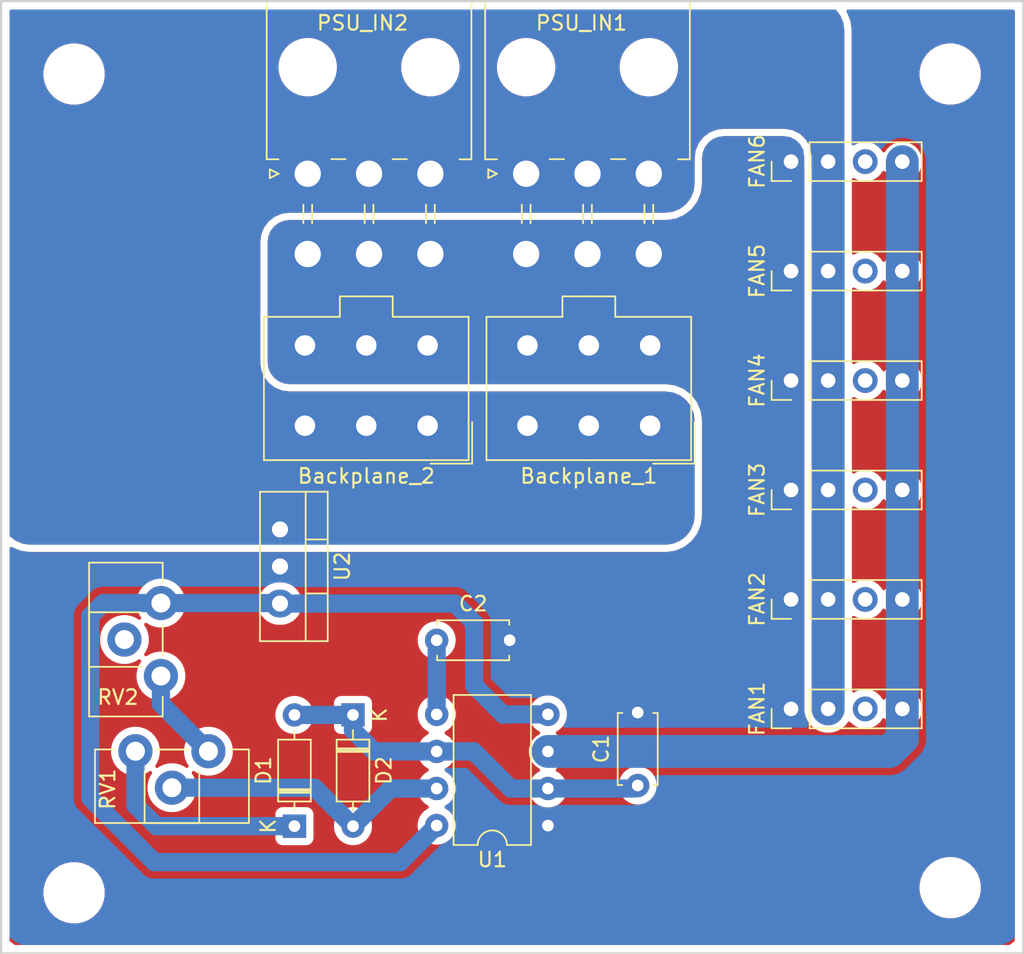
<source format=kicad_pcb>
(kicad_pcb (version 20171130) (host pcbnew 5.1.9)

  (general
    (thickness 1.6)
    (drawings 9)
    (tracks 46)
    (zones 0)
    (modules 22)
    (nets 17)
  )

  (page A4)
  (layers
    (0 F.Cu signal hide)
    (31 B.Cu signal)
    (32 B.Adhes user)
    (33 F.Adhes user)
    (34 B.Paste user hide)
    (35 F.Paste user)
    (36 B.SilkS user)
    (37 F.SilkS user)
    (38 B.Mask user)
    (39 F.Mask user)
    (40 Dwgs.User user hide)
    (41 Cmts.User user)
    (42 Eco1.User user)
    (43 Eco2.User user)
    (44 Edge.Cuts user)
    (45 Margin user)
    (46 B.CrtYd user hide)
    (47 F.CrtYd user)
    (48 B.Fab user)
    (49 F.Fab user hide)
  )

  (setup
    (last_trace_width 0.25)
    (trace_clearance 0.2)
    (zone_clearance 0.5)
    (zone_45_only no)
    (trace_min 0.2)
    (via_size 0.8)
    (via_drill 0.4)
    (via_min_size 0.4)
    (via_min_drill 0.3)
    (uvia_size 0.3)
    (uvia_drill 0.1)
    (uvias_allowed no)
    (uvia_min_size 0.2)
    (uvia_min_drill 0.1)
    (edge_width 0.15)
    (segment_width 0.2)
    (pcb_text_width 0.3)
    (pcb_text_size 1.5 1.5)
    (mod_edge_width 0.15)
    (mod_text_size 1 1)
    (mod_text_width 0.15)
    (pad_size 1.524 1.524)
    (pad_drill 0.762)
    (pad_to_mask_clearance 0.051)
    (solder_mask_min_width 0.25)
    (aux_axis_origin 0 0)
    (visible_elements FFFFF77F)
    (pcbplotparams
      (layerselection 0x010f0_ffffffff)
      (usegerberextensions false)
      (usegerberattributes false)
      (usegerberadvancedattributes false)
      (creategerberjobfile false)
      (excludeedgelayer true)
      (linewidth 0.100000)
      (plotframeref false)
      (viasonmask false)
      (mode 1)
      (useauxorigin false)
      (hpglpennumber 1)
      (hpglpenspeed 20)
      (hpglpendiameter 15.000000)
      (psnegative false)
      (psa4output false)
      (plotreference true)
      (plotvalue false)
      (plotinvisibletext false)
      (padsonsilk true)
      (subtractmaskfromsilk false)
      (outputformat 1)
      (mirror false)
      (drillshape 0)
      (scaleselection 1)
      (outputdirectory "gerber/"))
  )

  (net 0 "")
  (net 1 +12V)
  (net 2 GND)
  (net 3 "Net-(C1-Pad1)")
  (net 4 "Net-(C2-Pad1)")
  (net 5 "Net-(D1-Pad1)")
  (net 6 "Net-(D2-Pad2)")
  (net 7 "Net-(FAN1-Pad4)")
  (net 8 "Net-(RV1-Pad1)")
  (net 9 "Net-(RV2-Pad2)")
  (net 10 "Net-(RV2-Pad3)")
  (net 11 "Net-(FAN1-Pad3)")
  (net 12 "Net-(FAN2-Pad3)")
  (net 13 "Net-(FAN3-Pad3)")
  (net 14 "Net-(FAN4-Pad3)")
  (net 15 "Net-(FAN5-Pad3)")
  (net 16 "Net-(FAN6-Pad3)")

  (net_class Default "This is the default net class."
    (clearance 0.2)
    (trace_width 0.25)
    (via_dia 0.8)
    (via_drill 0.4)
    (uvia_dia 0.3)
    (uvia_drill 0.1)
    (add_net +12V)
    (add_net GND)
    (add_net "Net-(C1-Pad1)")
    (add_net "Net-(C2-Pad1)")
    (add_net "Net-(D1-Pad1)")
    (add_net "Net-(D2-Pad2)")
    (add_net "Net-(FAN1-Pad3)")
    (add_net "Net-(FAN1-Pad4)")
    (add_net "Net-(FAN2-Pad3)")
    (add_net "Net-(FAN3-Pad3)")
    (add_net "Net-(FAN4-Pad3)")
    (add_net "Net-(FAN5-Pad3)")
    (add_net "Net-(FAN6-Pad3)")
    (add_net "Net-(RV1-Pad1)")
    (add_net "Net-(RV2-Pad2)")
    (add_net "Net-(RV2-Pad3)")
  )

  (module Connector_Molex:Molex_Mini-Fit_Jr_5569-06A2_2x03_P4.20mm_Horizontal (layer F.Cu) (tedit 5B7818E8) (tstamp 5F46A088)
    (at 46 36.83)
    (descr "Molex Mini-Fit Jr. Power Connectors, old mpn/engineering number: 5569-06A2, example for new mpn: 39-30-0060, 3 Pins per row, Mounting: Snap-in Plastic Peg PCB Lock (http://www.molex.com/pdm_docs/sd/039300020_sd.pdf), generated with kicad-footprint-generator")
    (tags "connector Molex Mini-Fit_Jr top entryplastic_peg")
    (path /5F24DFF4)
    (fp_text reference PSU_IN2 (at 3.75 -10.33) (layer F.SilkS)
      (effects (font (size 1 1) (thickness 0.15)))
    )
    (fp_text value Conn_02x03_Top_Bottom (at 4.2 8.55) (layer F.Fab)
      (effects (font (size 1 1) (thickness 0.15)))
    )
    (fp_line (start 11.6 -14.4) (end -3.2 -14.4) (layer F.CrtYd) (width 0.05))
    (fp_line (start 11.6 7.85) (end 11.6 -14.4) (layer F.CrtYd) (width 0.05))
    (fp_line (start -3.2 7.85) (end 11.6 7.85) (layer F.CrtYd) (width 0.05))
    (fp_line (start -3.2 -14.4) (end -3.2 7.85) (layer F.CrtYd) (width 0.05))
    (fp_line (start 0 -2.514214) (end 1 -1.1) (layer F.Fab) (width 0.1))
    (fp_line (start -1 -1.1) (end 0 -2.514214) (layer F.Fab) (width 0.1))
    (fp_line (start -2.6 -0.3) (end -2 0) (layer F.SilkS) (width 0.12))
    (fp_line (start -2.6 0.3) (end -2.6 -0.3) (layer F.SilkS) (width 0.12))
    (fp_line (start -2 0) (end -2.6 0.3) (layer F.SilkS) (width 0.12))
    (fp_line (start 5.81 -1) (end 6.79 -1) (layer F.SilkS) (width 0.12))
    (fp_line (start 1.61 -1) (end 2.59 -1) (layer F.SilkS) (width 0.12))
    (fp_line (start 8.7 2.11) (end 8.7 3.39) (layer F.SilkS) (width 0.12))
    (fp_line (start 8.1 2.11) (end 8.1 3.39) (layer F.SilkS) (width 0.12))
    (fp_line (start 4.5 2.11) (end 4.5 3.39) (layer F.SilkS) (width 0.12))
    (fp_line (start 3.9 2.11) (end 3.9 3.39) (layer F.SilkS) (width 0.12))
    (fp_line (start 0.3 2.11) (end 0.3 3.39) (layer F.SilkS) (width 0.12))
    (fp_line (start -0.3 2.11) (end -0.3 3.39) (layer F.SilkS) (width 0.12))
    (fp_line (start 11.21 -14.01) (end 4.2 -14.01) (layer F.SilkS) (width 0.12))
    (fp_line (start 11.21 -0.99) (end 11.21 -14.01) (layer F.SilkS) (width 0.12))
    (fp_line (start 10.4 -0.99) (end 11.21 -0.99) (layer F.SilkS) (width 0.12))
    (fp_line (start -2.81 -14.01) (end 4.2 -14.01) (layer F.SilkS) (width 0.12))
    (fp_line (start -2.81 -0.99) (end -2.81 -14.01) (layer F.SilkS) (width 0.12))
    (fp_line (start -2 -0.99) (end -2.81 -0.99) (layer F.SilkS) (width 0.12))
    (fp_line (start 11.1 -13.9) (end -2.7 -13.9) (layer F.Fab) (width 0.1))
    (fp_line (start 11.1 -1.1) (end 11.1 -13.9) (layer F.Fab) (width 0.1))
    (fp_line (start -2.7 -1.1) (end 11.1 -1.1) (layer F.Fab) (width 0.1))
    (fp_line (start -2.7 -13.9) (end -2.7 -1.1) (layer F.Fab) (width 0.1))
    (fp_text user %R (at 4.2 -13.2) (layer F.Fab)
      (effects (font (size 1 1) (thickness 0.15)))
    )
    (pad "" np_thru_hole circle (at 8.4 -7.3) (size 3 3) (drill 3) (layers *.Cu *.Mask))
    (pad "" np_thru_hole circle (at 0 -7.3) (size 3 3) (drill 3) (layers *.Cu *.Mask))
    (pad 6 thru_hole oval (at 8.4 5.5) (size 2.7 3.7) (drill 1.8) (layers *.Cu *.Mask)
      (net 2 GND))
    (pad 5 thru_hole oval (at 4.2 5.5) (size 2.7 3.7) (drill 1.8) (layers *.Cu *.Mask)
      (net 2 GND))
    (pad 4 thru_hole oval (at 0 5.5) (size 2.7 3.7) (drill 1.8) (layers *.Cu *.Mask)
      (net 2 GND))
    (pad 3 thru_hole oval (at 8.4 0) (size 2.7 3.7) (drill 1.8) (layers *.Cu *.Mask)
      (net 1 +12V))
    (pad 2 thru_hole oval (at 4.2 0) (size 2.7 3.7) (drill 1.8) (layers *.Cu *.Mask)
      (net 1 +12V))
    (pad 1 thru_hole roundrect (at 0 0) (size 2.7 3.7) (drill 1.8) (layers *.Cu *.Mask) (roundrect_rratio 0.09259296296296296)
      (net 1 +12V))
    (model ${KISYS3DMOD}/Connector_Molex.3dshapes/Molex_Mini-Fit_Jr_5569-06A2_2x03_P4.20mm_Horizontal.wrl
      (at (xyz 0 0 0))
      (scale (xyz 1 1 1))
      (rotate (xyz 0 0 0))
    )
  )

  (module MountingHole:MountingHole_3.2mm_M3 (layer F.Cu) (tedit 56D1B4CB) (tstamp 606BA39D)
    (at 90 85.75)
    (descr "Mounting Hole 3.2mm, no annular, M3")
    (tags "mounting hole 3.2mm no annular m3")
    (attr virtual)
    (fp_text reference " " (at 0 -4.2) (layer F.SilkS) hide
      (effects (font (size 1 1) (thickness 0.15)))
    )
    (fp_text value MountingHole_3.2mm_M3 (at 0 4.2) (layer F.Fab)
      (effects (font (size 1 1) (thickness 0.15)))
    )
    (fp_circle (center 0 0) (end 3.45 0) (layer F.CrtYd) (width 0.05))
    (fp_circle (center 0 0) (end 3.2 0) (layer Cmts.User) (width 0.15))
    (fp_text user %R (at 0.3 0) (layer F.Fab)
      (effects (font (size 1 1) (thickness 0.15)))
    )
    (pad 1 np_thru_hole circle (at 0 0) (size 3.2 3.2) (drill 3.2) (layers *.Cu *.Mask))
  )

  (module MountingHole:MountingHole_3.2mm_M3 (layer F.Cu) (tedit 56D1B4CB) (tstamp 606BA3BA)
    (at 30 86.1)
    (descr "Mounting Hole 3.2mm, no annular, M3")
    (tags "mounting hole 3.2mm no annular m3")
    (attr virtual)
    (fp_text reference " " (at 0 -4.2) (layer F.SilkS)
      (effects (font (size 1 1) (thickness 0.15)))
    )
    (fp_text value MountingHole_3.2mm_M3 (at 0 4.2) (layer F.Fab)
      (effects (font (size 1 1) (thickness 0.15)))
    )
    (fp_circle (center 0 0) (end 3.45 0) (layer F.CrtYd) (width 0.05))
    (fp_circle (center 0 0) (end 3.2 0) (layer Cmts.User) (width 0.15))
    (fp_text user %R (at 0.3 0) (layer F.Fab)
      (effects (font (size 1 1) (thickness 0.15)))
    )
    (pad 1 np_thru_hole circle (at 0 0) (size 3.2 3.2) (drill 3.2) (layers *.Cu *.Mask))
  )

  (module MountingHole:MountingHole_3.2mm_M3 (layer F.Cu) (tedit 56D1B4CB) (tstamp 606BA380)
    (at 90 30)
    (descr "Mounting Hole 3.2mm, no annular, M3")
    (tags "mounting hole 3.2mm no annular m3")
    (attr virtual)
    (fp_text reference " " (at 0 -4.2) (layer F.SilkS) hide
      (effects (font (size 1 1) (thickness 0.15)))
    )
    (fp_text value MountingHole_3.2mm_M3 (at 0 4.2) (layer F.Fab)
      (effects (font (size 1 1) (thickness 0.15)))
    )
    (fp_circle (center 0 0) (end 3.45 0) (layer F.CrtYd) (width 0.05))
    (fp_circle (center 0 0) (end 3.2 0) (layer Cmts.User) (width 0.15))
    (fp_text user %R (at 0.3 0) (layer F.Fab)
      (effects (font (size 1 1) (thickness 0.15)))
    )
    (pad 1 np_thru_hole circle (at 0 0) (size 3.2 3.2) (drill 3.2) (layers *.Cu *.Mask))
  )

  (module MountingHole:MountingHole_3.2mm_M3 (layer F.Cu) (tedit 56D1B4CB) (tstamp 606BA363)
    (at 30 30)
    (descr "Mounting Hole 3.2mm, no annular, M3")
    (tags "mounting hole 3.2mm no annular m3")
    (attr virtual)
    (fp_text reference " " (at 0 -4.2) (layer F.SilkS)
      (effects (font (size 1 1) (thickness 0.15)))
    )
    (fp_text value MountingHole_3.2mm_M3 (at 0 4.2) (layer F.Fab)
      (effects (font (size 1 1) (thickness 0.15)))
    )
    (fp_circle (center 0 0) (end 3.45 0) (layer F.CrtYd) (width 0.05))
    (fp_circle (center 0 0) (end 3.2 0) (layer Cmts.User) (width 0.15))
    (fp_text user %R (at 0.3 0) (layer F.Fab)
      (effects (font (size 1 1) (thickness 0.15)))
    )
    (pad 1 np_thru_hole circle (at 0 0) (size 3.2 3.2) (drill 3.2) (layers *.Cu *.Mask))
  )

  (module Connector_Molex:Molex_Mini-Fit_Jr_5569-06A2_2x03_P4.20mm_Horizontal (layer F.Cu) (tedit 5B7818E8) (tstamp 5F46A047)
    (at 60.96 36.83)
    (descr "Molex Mini-Fit Jr. Power Connectors, old mpn/engineering number: 5569-06A2, example for new mpn: 39-30-0060, 3 Pins per row, Mounting: Snap-in Plastic Peg PCB Lock (http://www.molex.com/pdm_docs/sd/039300020_sd.pdf), generated with kicad-footprint-generator")
    (tags "connector Molex Mini-Fit_Jr top entryplastic_peg")
    (path /5F24DDE1)
    (fp_text reference PSU_IN1 (at 3.79 -10.33) (layer F.SilkS)
      (effects (font (size 1 1) (thickness 0.15)))
    )
    (fp_text value Conn_02x03_Top_Bottom (at 4.2 8.55) (layer F.Fab)
      (effects (font (size 1 1) (thickness 0.15)))
    )
    (fp_line (start 11.6 -14.4) (end -3.2 -14.4) (layer F.CrtYd) (width 0.05))
    (fp_line (start 11.6 7.85) (end 11.6 -14.4) (layer F.CrtYd) (width 0.05))
    (fp_line (start -3.2 7.85) (end 11.6 7.85) (layer F.CrtYd) (width 0.05))
    (fp_line (start -3.2 -14.4) (end -3.2 7.85) (layer F.CrtYd) (width 0.05))
    (fp_line (start 0 -2.514214) (end 1 -1.1) (layer F.Fab) (width 0.1))
    (fp_line (start -1 -1.1) (end 0 -2.514214) (layer F.Fab) (width 0.1))
    (fp_line (start -2.6 -0.3) (end -2 0) (layer F.SilkS) (width 0.12))
    (fp_line (start -2.6 0.3) (end -2.6 -0.3) (layer F.SilkS) (width 0.12))
    (fp_line (start -2 0) (end -2.6 0.3) (layer F.SilkS) (width 0.12))
    (fp_line (start 5.81 -1) (end 6.79 -1) (layer F.SilkS) (width 0.12))
    (fp_line (start 1.61 -1) (end 2.59 -1) (layer F.SilkS) (width 0.12))
    (fp_line (start 8.7 2.11) (end 8.7 3.39) (layer F.SilkS) (width 0.12))
    (fp_line (start 8.1 2.11) (end 8.1 3.39) (layer F.SilkS) (width 0.12))
    (fp_line (start 4.5 2.11) (end 4.5 3.39) (layer F.SilkS) (width 0.12))
    (fp_line (start 3.9 2.11) (end 3.9 3.39) (layer F.SilkS) (width 0.12))
    (fp_line (start 0.3 2.11) (end 0.3 3.39) (layer F.SilkS) (width 0.12))
    (fp_line (start -0.3 2.11) (end -0.3 3.39) (layer F.SilkS) (width 0.12))
    (fp_line (start 11.21 -14.01) (end 4.2 -14.01) (layer F.SilkS) (width 0.12))
    (fp_line (start 11.21 -0.99) (end 11.21 -14.01) (layer F.SilkS) (width 0.12))
    (fp_line (start 10.4 -0.99) (end 11.21 -0.99) (layer F.SilkS) (width 0.12))
    (fp_line (start -2.81 -14.01) (end 4.2 -14.01) (layer F.SilkS) (width 0.12))
    (fp_line (start -2.81 -0.99) (end -2.81 -14.01) (layer F.SilkS) (width 0.12))
    (fp_line (start -2 -0.99) (end -2.81 -0.99) (layer F.SilkS) (width 0.12))
    (fp_line (start 11.1 -13.9) (end -2.7 -13.9) (layer F.Fab) (width 0.1))
    (fp_line (start 11.1 -1.1) (end 11.1 -13.9) (layer F.Fab) (width 0.1))
    (fp_line (start -2.7 -1.1) (end 11.1 -1.1) (layer F.Fab) (width 0.1))
    (fp_line (start -2.7 -13.9) (end -2.7 -1.1) (layer F.Fab) (width 0.1))
    (fp_text user %R (at 4.2 -13.2) (layer F.Fab)
      (effects (font (size 1 1) (thickness 0.15)))
    )
    (pad "" np_thru_hole circle (at 8.4 -7.3) (size 3 3) (drill 3) (layers *.Cu *.Mask))
    (pad "" np_thru_hole circle (at 0 -7.3) (size 3 3) (drill 3) (layers *.Cu *.Mask))
    (pad 6 thru_hole oval (at 8.4 5.5) (size 2.7 3.7) (drill 1.8) (layers *.Cu *.Mask)
      (net 2 GND))
    (pad 5 thru_hole oval (at 4.2 5.5) (size 2.7 3.7) (drill 1.8) (layers *.Cu *.Mask)
      (net 2 GND))
    (pad 4 thru_hole oval (at 0 5.5) (size 2.7 3.7) (drill 1.8) (layers *.Cu *.Mask)
      (net 2 GND))
    (pad 3 thru_hole oval (at 8.4 0) (size 2.7 3.7) (drill 1.8) (layers *.Cu *.Mask)
      (net 1 +12V))
    (pad 2 thru_hole oval (at 4.2 0) (size 2.7 3.7) (drill 1.8) (layers *.Cu *.Mask)
      (net 1 +12V))
    (pad 1 thru_hole roundrect (at 0 0) (size 2.7 3.7) (drill 1.8) (layers *.Cu *.Mask) (roundrect_rratio 0.09259296296296296)
      (net 1 +12V))
    (model ${KISYS3DMOD}/Connector_Molex.3dshapes/Molex_Mini-Fit_Jr_5569-06A2_2x03_P4.20mm_Horizontal.wrl
      (at (xyz 0 0 0))
      (scale (xyz 1 1 1))
      (rotate (xyz 0 0 0))
    )
  )

  (module Connector_PinHeader_2.54mm:PinHeader_1x04_P2.54mm_Vertical (layer F.Cu) (tedit 59FED5CC) (tstamp 5F260FF8)
    (at 79.1 66 90)
    (descr "Through hole straight pin header, 1x04, 2.54mm pitch, single row")
    (tags "Through hole pin header THT 1x04 2.54mm single row")
    (path /5F278F19)
    (fp_text reference FAN2 (at 0 -2.33 90) (layer F.SilkS)
      (effects (font (size 1 1) (thickness 0.15)))
    )
    (fp_text value Fan_Tacho_PWM (at 0 9.95 90) (layer F.Fab)
      (effects (font (size 1 1) (thickness 0.15)))
    )
    (fp_line (start -0.635 -1.27) (end 1.27 -1.27) (layer F.Fab) (width 0.1))
    (fp_line (start 1.27 -1.27) (end 1.27 8.89) (layer F.Fab) (width 0.1))
    (fp_line (start 1.27 8.89) (end -1.27 8.89) (layer F.Fab) (width 0.1))
    (fp_line (start -1.27 8.89) (end -1.27 -0.635) (layer F.Fab) (width 0.1))
    (fp_line (start -1.27 -0.635) (end -0.635 -1.27) (layer F.Fab) (width 0.1))
    (fp_line (start -1.33 8.95) (end 1.33 8.95) (layer F.SilkS) (width 0.12))
    (fp_line (start -1.33 1.27) (end -1.33 8.95) (layer F.SilkS) (width 0.12))
    (fp_line (start 1.33 1.27) (end 1.33 8.95) (layer F.SilkS) (width 0.12))
    (fp_line (start -1.33 1.27) (end 1.33 1.27) (layer F.SilkS) (width 0.12))
    (fp_line (start -1.33 0) (end -1.33 -1.33) (layer F.SilkS) (width 0.12))
    (fp_line (start -1.33 -1.33) (end 0 -1.33) (layer F.SilkS) (width 0.12))
    (fp_line (start -1.8 -1.8) (end -1.8 9.4) (layer F.CrtYd) (width 0.05))
    (fp_line (start -1.8 9.4) (end 1.8 9.4) (layer F.CrtYd) (width 0.05))
    (fp_line (start 1.8 9.4) (end 1.8 -1.8) (layer F.CrtYd) (width 0.05))
    (fp_line (start 1.8 -1.8) (end -1.8 -1.8) (layer F.CrtYd) (width 0.05))
    (fp_text user %R (at 0 3.81 180) (layer F.Fab)
      (effects (font (size 1 1) (thickness 0.15)))
    )
    (pad 1 thru_hole rect (at 0 0 90) (size 1.7 1.7) (drill 1) (layers *.Cu *.Mask)
      (net 2 GND))
    (pad 2 thru_hole oval (at 0 2.54 90) (size 1.7 1.7) (drill 1) (layers *.Cu *.Mask)
      (net 1 +12V))
    (pad 3 thru_hole oval (at 0 5.08 90) (size 1.7 1.7) (drill 1) (layers *.Cu *.Mask)
      (net 12 "Net-(FAN2-Pad3)"))
    (pad 4 thru_hole oval (at 0 7.62 90) (size 1.7 1.7) (drill 1) (layers *.Cu *.Mask)
      (net 7 "Net-(FAN1-Pad4)"))
    (model ${KISYS3DMOD}/Connector_PinHeader_2.54mm.3dshapes/PinHeader_1x04_P2.54mm_Vertical.wrl
      (at (xyz 0 0 0))
      (scale (xyz 1 1 1))
      (rotate (xyz 0 0 0))
    )
  )

  (module Potentiometer_THT:Potentiometer_Piher_PT-10-H01_Horizontal (layer F.Cu) (tedit 5A3D4993) (tstamp 5F2610C6)
    (at 39.2 76.4 270)
    (descr "Potentiometer, horizontal, Piher PT-10-H01, http://www.piher-nacesa.com/pdf/12-PT10v03.pdf")
    (tags "Potentiometer horizontal Piher PT-10-H01")
    (path /5F248AB5)
    (fp_text reference RV1 (at 2.6 6.9 90) (layer F.SilkS)
      (effects (font (size 1 1) (thickness 0.15)))
    )
    (fp_text value 10k (at 0 8.9 90) (layer F.Fab)
      (effects (font (size 1 1) (thickness 0.15)))
    )
    (fp_line (start 5.05 -2.95) (end -1.45 -2.95) (layer F.CrtYd) (width 0.05))
    (fp_line (start 5.05 7.9) (end 5.05 -2.95) (layer F.CrtYd) (width 0.05))
    (fp_line (start -1.45 7.9) (end 5.05 7.9) (layer F.CrtYd) (width 0.05))
    (fp_line (start -1.45 -2.95) (end -1.45 7.9) (layer F.CrtYd) (width 0.05))
    (fp_line (start 4.92 0.63) (end 4.92 4.37) (layer F.SilkS) (width 0.12))
    (fp_line (start -0.121 1.426) (end -0.121 3.575) (layer F.SilkS) (width 0.12))
    (fp_line (start 1.381 4.37) (end 4.92 4.37) (layer F.SilkS) (width 0.12))
    (fp_line (start 1.381 0.63) (end 4.92 0.63) (layer F.SilkS) (width 0.12))
    (fp_line (start -0.121 1.426) (end -0.121 3.575) (layer F.SilkS) (width 0.12))
    (fp_line (start -0.121 -2.771) (end -0.121 -1.426) (layer F.SilkS) (width 0.12))
    (fp_line (start -0.121 6.425) (end -0.121 7.77) (layer F.SilkS) (width 0.12))
    (fp_line (start 4.92 -2.771) (end 4.92 7.77) (layer F.SilkS) (width 0.12))
    (fp_line (start -0.121 7.77) (end 4.92 7.77) (layer F.SilkS) (width 0.12))
    (fp_line (start -0.121 -2.771) (end 4.92 -2.771) (layer F.SilkS) (width 0.12))
    (fp_line (start 4.8 0.75) (end 0 0.75) (layer F.Fab) (width 0.1))
    (fp_line (start 4.8 4.25) (end 4.8 0.75) (layer F.Fab) (width 0.1))
    (fp_line (start 0 4.25) (end 4.8 4.25) (layer F.Fab) (width 0.1))
    (fp_line (start 0 0.75) (end 0 4.25) (layer F.Fab) (width 0.1))
    (fp_line (start 0 -2.65) (end 4.8 -2.65) (layer F.Fab) (width 0.1))
    (fp_line (start 0 7.65) (end 0 -2.65) (layer F.Fab) (width 0.1))
    (fp_line (start 4.8 7.65) (end 0 7.65) (layer F.Fab) (width 0.1))
    (fp_line (start 4.8 -2.65) (end 4.8 7.65) (layer F.Fab) (width 0.1))
    (fp_text user %R (at 2.4 2.5 90) (layer F.Fab)
      (effects (font (size 1 1) (thickness 0.15)))
    )
    (pad 1 thru_hole circle (at 0 0 270) (size 2.34 2.34) (drill 1.3) (layers *.Cu *.Mask)
      (net 8 "Net-(RV1-Pad1)"))
    (pad 2 thru_hole circle (at 2.5 2.5 270) (size 2.34 2.34) (drill 1.3) (layers *.Cu *.Mask)
      (net 6 "Net-(D2-Pad2)"))
    (pad 3 thru_hole circle (at 0 5 270) (size 2.34 2.34) (drill 1.3) (layers *.Cu *.Mask)
      (net 5 "Net-(D1-Pad1)"))
    (model ${KISYS3DMOD}/Potentiometer_THT.3dshapes/Potentiometer_Piher_PT-10-H01_Horizontal.wrl
      (at (xyz 0 0 0))
      (scale (xyz 1 1 1))
      (rotate (xyz 0 0 0))
    )
  )

  (module Diode_THT:D_DO-35_SOD27_P7.62mm_Horizontal (layer F.Cu) (tedit 5AE50CD5) (tstamp 5F260FC8)
    (at 49.1 73.915 270)
    (descr "Diode, DO-35_SOD27 series, Axial, Horizontal, pin pitch=7.62mm, , length*diameter=4*2mm^2, , http://www.diodes.com/_files/packages/DO-35.pdf")
    (tags "Diode DO-35_SOD27 series Axial Horizontal pin pitch 7.62mm  length 4mm diameter 2mm")
    (path /5F24860D)
    (fp_text reference D2 (at 3.81 -2.12 270) (layer F.SilkS)
      (effects (font (size 1 1) (thickness 0.15)))
    )
    (fp_text value 1N4148 (at 3.81 2.12 270) (layer F.Fab)
      (effects (font (size 1 1) (thickness 0.15)))
    )
    (fp_line (start 1.81 -1) (end 1.81 1) (layer F.Fab) (width 0.1))
    (fp_line (start 1.81 1) (end 5.81 1) (layer F.Fab) (width 0.1))
    (fp_line (start 5.81 1) (end 5.81 -1) (layer F.Fab) (width 0.1))
    (fp_line (start 5.81 -1) (end 1.81 -1) (layer F.Fab) (width 0.1))
    (fp_line (start 0 0) (end 1.81 0) (layer F.Fab) (width 0.1))
    (fp_line (start 7.62 0) (end 5.81 0) (layer F.Fab) (width 0.1))
    (fp_line (start 2.41 -1) (end 2.41 1) (layer F.Fab) (width 0.1))
    (fp_line (start 2.51 -1) (end 2.51 1) (layer F.Fab) (width 0.1))
    (fp_line (start 2.31 -1) (end 2.31 1) (layer F.Fab) (width 0.1))
    (fp_line (start 1.69 -1.12) (end 1.69 1.12) (layer F.SilkS) (width 0.12))
    (fp_line (start 1.69 1.12) (end 5.93 1.12) (layer F.SilkS) (width 0.12))
    (fp_line (start 5.93 1.12) (end 5.93 -1.12) (layer F.SilkS) (width 0.12))
    (fp_line (start 5.93 -1.12) (end 1.69 -1.12) (layer F.SilkS) (width 0.12))
    (fp_line (start 1.04 0) (end 1.69 0) (layer F.SilkS) (width 0.12))
    (fp_line (start 6.58 0) (end 5.93 0) (layer F.SilkS) (width 0.12))
    (fp_line (start 2.41 -1.12) (end 2.41 1.12) (layer F.SilkS) (width 0.12))
    (fp_line (start 2.53 -1.12) (end 2.53 1.12) (layer F.SilkS) (width 0.12))
    (fp_line (start 2.29 -1.12) (end 2.29 1.12) (layer F.SilkS) (width 0.12))
    (fp_line (start -1.05 -1.25) (end -1.05 1.25) (layer F.CrtYd) (width 0.05))
    (fp_line (start -1.05 1.25) (end 8.67 1.25) (layer F.CrtYd) (width 0.05))
    (fp_line (start 8.67 1.25) (end 8.67 -1.25) (layer F.CrtYd) (width 0.05))
    (fp_line (start 8.67 -1.25) (end -1.05 -1.25) (layer F.CrtYd) (width 0.05))
    (fp_text user %R (at 4.11 0 270) (layer F.Fab)
      (effects (font (size 0.8 0.8) (thickness 0.12)))
    )
    (fp_text user K (at 0 -1.8 270) (layer F.Fab)
      (effects (font (size 1 1) (thickness 0.15)))
    )
    (fp_text user K (at 0 -1.8 270) (layer F.SilkS)
      (effects (font (size 1 1) (thickness 0.15)))
    )
    (pad 1 thru_hole rect (at 0 0 270) (size 1.6 1.6) (drill 0.8) (layers *.Cu *.Mask)
      (net 3 "Net-(C1-Pad1)"))
    (pad 2 thru_hole oval (at 7.62 0 270) (size 1.6 1.6) (drill 0.8) (layers *.Cu *.Mask)
      (net 6 "Net-(D2-Pad2)"))
    (model ${KISYS3DMOD}/Diode_THT.3dshapes/D_DO-35_SOD27_P7.62mm_Horizontal.wrl
      (at (xyz 0 0 0))
      (scale (xyz 1 1 1))
      (rotate (xyz 0 0 0))
    )
  )

  (module Capacitor_THT:C_Disc_D4.7mm_W2.5mm_P5.00mm (layer F.Cu) (tedit 5AE50EF0) (tstamp 5F260F8A)
    (at 54.83 68.795)
    (descr "C, Disc series, Radial, pin pitch=5.00mm, , diameter*width=4.7*2.5mm^2, Capacitor, http://www.vishay.com/docs/45233/krseries.pdf")
    (tags "C Disc series Radial pin pitch 5.00mm  diameter 4.7mm width 2.5mm Capacitor")
    (path /5F24875B)
    (fp_text reference C2 (at 2.5 -2.5) (layer F.SilkS)
      (effects (font (size 1 1) (thickness 0.15)))
    )
    (fp_text value 10nf (at 2.5 2.5) (layer F.Fab)
      (effects (font (size 1 1) (thickness 0.15)))
    )
    (fp_line (start 6.05 -1.5) (end -1.05 -1.5) (layer F.CrtYd) (width 0.05))
    (fp_line (start 6.05 1.5) (end 6.05 -1.5) (layer F.CrtYd) (width 0.05))
    (fp_line (start -1.05 1.5) (end 6.05 1.5) (layer F.CrtYd) (width 0.05))
    (fp_line (start -1.05 -1.5) (end -1.05 1.5) (layer F.CrtYd) (width 0.05))
    (fp_line (start 4.97 1.055) (end 4.97 1.37) (layer F.SilkS) (width 0.12))
    (fp_line (start 4.97 -1.37) (end 4.97 -1.055) (layer F.SilkS) (width 0.12))
    (fp_line (start 0.03 1.055) (end 0.03 1.37) (layer F.SilkS) (width 0.12))
    (fp_line (start 0.03 -1.37) (end 0.03 -1.055) (layer F.SilkS) (width 0.12))
    (fp_line (start 0.03 1.37) (end 4.97 1.37) (layer F.SilkS) (width 0.12))
    (fp_line (start 0.03 -1.37) (end 4.97 -1.37) (layer F.SilkS) (width 0.12))
    (fp_line (start 4.85 -1.25) (end 0.15 -1.25) (layer F.Fab) (width 0.1))
    (fp_line (start 4.85 1.25) (end 4.85 -1.25) (layer F.Fab) (width 0.1))
    (fp_line (start 0.15 1.25) (end 4.85 1.25) (layer F.Fab) (width 0.1))
    (fp_line (start 0.15 -1.25) (end 0.15 1.25) (layer F.Fab) (width 0.1))
    (fp_text user %R (at 2.5 0) (layer F.Fab)
      (effects (font (size 0.94 0.94) (thickness 0.141)))
    )
    (pad 2 thru_hole circle (at 5 0) (size 1.6 1.6) (drill 0.8) (layers *.Cu *.Mask)
      (net 2 GND))
    (pad 1 thru_hole circle (at 0 0) (size 1.6 1.6) (drill 0.8) (layers *.Cu *.Mask)
      (net 4 "Net-(C2-Pad1)"))
    (model ${KISYS3DMOD}/Capacitor_THT.3dshapes/C_Disc_D4.7mm_W2.5mm_P5.00mm.wrl
      (at (xyz 0 0 0))
      (scale (xyz 1 1 1))
      (rotate (xyz 0 0 0))
    )
  )

  (module Capacitor_THT:C_Disc_D4.7mm_W2.5mm_P5.00mm (layer F.Cu) (tedit 5AE50EF0) (tstamp 5F260F75)
    (at 68.6 78.75 90)
    (descr "C, Disc series, Radial, pin pitch=5.00mm, , diameter*width=4.7*2.5mm^2, Capacitor, http://www.vishay.com/docs/45233/krseries.pdf")
    (tags "C Disc series Radial pin pitch 5.00mm  diameter 4.7mm width 2.5mm Capacitor")
    (path /5F2487F1)
    (fp_text reference C1 (at 2.5 -2.5 90) (layer F.SilkS)
      (effects (font (size 1 1) (thickness 0.15)))
    )
    (fp_text value 10nf (at 2.5 2.5 90) (layer F.Fab)
      (effects (font (size 1 1) (thickness 0.15)))
    )
    (fp_line (start 0.15 -1.25) (end 0.15 1.25) (layer F.Fab) (width 0.1))
    (fp_line (start 0.15 1.25) (end 4.85 1.25) (layer F.Fab) (width 0.1))
    (fp_line (start 4.85 1.25) (end 4.85 -1.25) (layer F.Fab) (width 0.1))
    (fp_line (start 4.85 -1.25) (end 0.15 -1.25) (layer F.Fab) (width 0.1))
    (fp_line (start 0.03 -1.37) (end 4.97 -1.37) (layer F.SilkS) (width 0.12))
    (fp_line (start 0.03 1.37) (end 4.97 1.37) (layer F.SilkS) (width 0.12))
    (fp_line (start 0.03 -1.37) (end 0.03 -1.055) (layer F.SilkS) (width 0.12))
    (fp_line (start 0.03 1.055) (end 0.03 1.37) (layer F.SilkS) (width 0.12))
    (fp_line (start 4.97 -1.37) (end 4.97 -1.055) (layer F.SilkS) (width 0.12))
    (fp_line (start 4.97 1.055) (end 4.97 1.37) (layer F.SilkS) (width 0.12))
    (fp_line (start -1.05 -1.5) (end -1.05 1.5) (layer F.CrtYd) (width 0.05))
    (fp_line (start -1.05 1.5) (end 6.05 1.5) (layer F.CrtYd) (width 0.05))
    (fp_line (start 6.05 1.5) (end 6.05 -1.5) (layer F.CrtYd) (width 0.05))
    (fp_line (start 6.05 -1.5) (end -1.05 -1.5) (layer F.CrtYd) (width 0.05))
    (fp_text user %R (at 2.5 -0.01 90) (layer F.Fab)
      (effects (font (size 0.94 0.94) (thickness 0.141)))
    )
    (pad 1 thru_hole circle (at 0 0 90) (size 1.6 1.6) (drill 0.8) (layers *.Cu *.Mask)
      (net 3 "Net-(C1-Pad1)"))
    (pad 2 thru_hole circle (at 5 0 90) (size 1.6 1.6) (drill 0.8) (layers *.Cu *.Mask)
      (net 2 GND))
    (model ${KISYS3DMOD}/Capacitor_THT.3dshapes/C_Disc_D4.7mm_W2.5mm_P5.00mm.wrl
      (at (xyz 0 0 0))
      (scale (xyz 1 1 1))
      (rotate (xyz 0 0 0))
    )
  )

  (module Package_DIP:DIP-8_W7.62mm (layer F.Cu) (tedit 5A02E8C5) (tstamp 5F261100)
    (at 62.45 81.495 180)
    (descr "8-lead though-hole mounted DIP package, row spacing 7.62 mm (300 mils)")
    (tags "THT DIP DIL PDIP 2.54mm 7.62mm 300mil")
    (path /5F24854C)
    (fp_text reference U1 (at 3.81 -2.33 180) (layer F.SilkS)
      (effects (font (size 1 1) (thickness 0.15)))
    )
    (fp_text value SE555 (at 3.81 9.95 180) (layer F.Fab)
      (effects (font (size 1 1) (thickness 0.15)))
    )
    (fp_line (start 1.635 -1.27) (end 6.985 -1.27) (layer F.Fab) (width 0.1))
    (fp_line (start 6.985 -1.27) (end 6.985 8.89) (layer F.Fab) (width 0.1))
    (fp_line (start 6.985 8.89) (end 0.635 8.89) (layer F.Fab) (width 0.1))
    (fp_line (start 0.635 8.89) (end 0.635 -0.27) (layer F.Fab) (width 0.1))
    (fp_line (start 0.635 -0.27) (end 1.635 -1.27) (layer F.Fab) (width 0.1))
    (fp_line (start 2.81 -1.33) (end 1.16 -1.33) (layer F.SilkS) (width 0.12))
    (fp_line (start 1.16 -1.33) (end 1.16 8.95) (layer F.SilkS) (width 0.12))
    (fp_line (start 1.16 8.95) (end 6.46 8.95) (layer F.SilkS) (width 0.12))
    (fp_line (start 6.46 8.95) (end 6.46 -1.33) (layer F.SilkS) (width 0.12))
    (fp_line (start 6.46 -1.33) (end 4.81 -1.33) (layer F.SilkS) (width 0.12))
    (fp_line (start -1.1 -1.55) (end -1.1 9.15) (layer F.CrtYd) (width 0.05))
    (fp_line (start -1.1 9.15) (end 8.7 9.15) (layer F.CrtYd) (width 0.05))
    (fp_line (start 8.7 9.15) (end 8.7 -1.55) (layer F.CrtYd) (width 0.05))
    (fp_line (start 8.7 -1.55) (end -1.1 -1.55) (layer F.CrtYd) (width 0.05))
    (fp_arc (start 3.81 -1.33) (end 2.81 -1.33) (angle -180) (layer F.SilkS) (width 0.12))
    (fp_text user %R (at 3.81 3.81 270) (layer F.Fab)
      (effects (font (size 1 1) (thickness 0.15)))
    )
    (pad 1 thru_hole rect (at 0 0 180) (size 1.6 1.6) (drill 0.8) (layers *.Cu *.Mask)
      (net 2 GND))
    (pad 5 thru_hole oval (at 7.62 7.62 180) (size 1.6 1.6) (drill 0.8) (layers *.Cu *.Mask)
      (net 4 "Net-(C2-Pad1)"))
    (pad 2 thru_hole oval (at 0 2.54 180) (size 1.6 1.6) (drill 0.8) (layers *.Cu *.Mask)
      (net 3 "Net-(C1-Pad1)"))
    (pad 6 thru_hole oval (at 7.62 5.08 180) (size 1.6 1.6) (drill 0.8) (layers *.Cu *.Mask)
      (net 3 "Net-(C1-Pad1)"))
    (pad 3 thru_hole oval (at 0 5.08 180) (size 1.6 1.6) (drill 0.8) (layers *.Cu *.Mask)
      (net 7 "Net-(FAN1-Pad4)"))
    (pad 7 thru_hole oval (at 7.62 2.54 180) (size 1.6 1.6) (drill 0.8) (layers *.Cu *.Mask)
      (net 6 "Net-(D2-Pad2)"))
    (pad 4 thru_hole oval (at 0 7.62 180) (size 1.6 1.6) (drill 0.8) (layers *.Cu *.Mask)
      (net 10 "Net-(RV2-Pad3)"))
    (pad 8 thru_hole oval (at 7.62 0 180) (size 1.6 1.6) (drill 0.8) (layers *.Cu *.Mask)
      (net 10 "Net-(RV2-Pad3)"))
    (model ${KISYS3DMOD}/Package_DIP.3dshapes/DIP-8_W7.62mm.wrl
      (at (xyz 0 0 0))
      (scale (xyz 1 1 1))
      (rotate (xyz 0 0 0))
    )
  )

  (module Diode_THT:D_DO-35_SOD27_P7.62mm_Horizontal (layer F.Cu) (tedit 5AE50CD5) (tstamp 5F260FA9)
    (at 45.09 81.535 90)
    (descr "Diode, DO-35_SOD27 series, Axial, Horizontal, pin pitch=7.62mm, , length*diameter=4*2mm^2, , http://www.diodes.com/_files/packages/DO-35.pdf")
    (tags "Diode DO-35_SOD27 series Axial Horizontal pin pitch 7.62mm  length 4mm diameter 2mm")
    (path /5F24863D)
    (fp_text reference D1 (at 3.81 -2.12 90) (layer F.SilkS)
      (effects (font (size 1 1) (thickness 0.15)))
    )
    (fp_text value 1N4148 (at 3.81 2.12 90) (layer F.Fab)
      (effects (font (size 1 1) (thickness 0.15)))
    )
    (fp_line (start 8.67 -1.25) (end -1.05 -1.25) (layer F.CrtYd) (width 0.05))
    (fp_line (start 8.67 1.25) (end 8.67 -1.25) (layer F.CrtYd) (width 0.05))
    (fp_line (start -1.05 1.25) (end 8.67 1.25) (layer F.CrtYd) (width 0.05))
    (fp_line (start -1.05 -1.25) (end -1.05 1.25) (layer F.CrtYd) (width 0.05))
    (fp_line (start 2.29 -1.12) (end 2.29 1.12) (layer F.SilkS) (width 0.12))
    (fp_line (start 2.53 -1.12) (end 2.53 1.12) (layer F.SilkS) (width 0.12))
    (fp_line (start 2.41 -1.12) (end 2.41 1.12) (layer F.SilkS) (width 0.12))
    (fp_line (start 6.58 0) (end 5.93 0) (layer F.SilkS) (width 0.12))
    (fp_line (start 1.04 0) (end 1.69 0) (layer F.SilkS) (width 0.12))
    (fp_line (start 5.93 -1.12) (end 1.69 -1.12) (layer F.SilkS) (width 0.12))
    (fp_line (start 5.93 1.12) (end 5.93 -1.12) (layer F.SilkS) (width 0.12))
    (fp_line (start 1.69 1.12) (end 5.93 1.12) (layer F.SilkS) (width 0.12))
    (fp_line (start 1.69 -1.12) (end 1.69 1.12) (layer F.SilkS) (width 0.12))
    (fp_line (start 2.31 -1) (end 2.31 1) (layer F.Fab) (width 0.1))
    (fp_line (start 2.51 -1) (end 2.51 1) (layer F.Fab) (width 0.1))
    (fp_line (start 2.41 -1) (end 2.41 1) (layer F.Fab) (width 0.1))
    (fp_line (start 7.62 0) (end 5.81 0) (layer F.Fab) (width 0.1))
    (fp_line (start 0 0) (end 1.81 0) (layer F.Fab) (width 0.1))
    (fp_line (start 5.81 -1) (end 1.81 -1) (layer F.Fab) (width 0.1))
    (fp_line (start 5.81 1) (end 5.81 -1) (layer F.Fab) (width 0.1))
    (fp_line (start 1.81 1) (end 5.81 1) (layer F.Fab) (width 0.1))
    (fp_line (start 1.81 -1) (end 1.81 1) (layer F.Fab) (width 0.1))
    (fp_text user K (at 0 -1.8 90) (layer F.SilkS)
      (effects (font (size 1 1) (thickness 0.15)))
    )
    (fp_text user K (at 0 -1.8 90) (layer F.Fab)
      (effects (font (size 1 1) (thickness 0.15)))
    )
    (fp_text user %R (at 4.11 0 90) (layer F.Fab)
      (effects (font (size 0.8 0.8) (thickness 0.12)))
    )
    (pad 2 thru_hole oval (at 7.62 0 90) (size 1.6 1.6) (drill 0.8) (layers *.Cu *.Mask)
      (net 3 "Net-(C1-Pad1)"))
    (pad 1 thru_hole rect (at 0 0 90) (size 1.6 1.6) (drill 0.8) (layers *.Cu *.Mask)
      (net 5 "Net-(D1-Pad1)"))
    (model ${KISYS3DMOD}/Diode_THT.3dshapes/D_DO-35_SOD27_P7.62mm_Horizontal.wrl
      (at (xyz 0 0 0))
      (scale (xyz 1 1 1))
      (rotate (xyz 0 0 0))
    )
  )

  (module Package_TO_SOT_THT:TO-220-3_Vertical (layer F.Cu) (tedit 5AC8BA0D) (tstamp 5F37E912)
    (at 44.1 61.2 270)
    (descr "TO-220-3, Vertical, RM 2.54mm, see https://www.vishay.com/docs/66542/to-220-1.pdf")
    (tags "TO-220-3 Vertical RM 2.54mm")
    (path /5F381176)
    (fp_text reference U2 (at 2.54 -4.27 270) (layer F.SilkS)
      (effects (font (size 1 1) (thickness 0.15)))
    )
    (fp_text value LM7805_TO220 (at 2.54 2.5 270) (layer F.Fab)
      (effects (font (size 1 1) (thickness 0.15)))
    )
    (fp_line (start -2.46 -3.15) (end -2.46 1.25) (layer F.Fab) (width 0.1))
    (fp_line (start -2.46 1.25) (end 7.54 1.25) (layer F.Fab) (width 0.1))
    (fp_line (start 7.54 1.25) (end 7.54 -3.15) (layer F.Fab) (width 0.1))
    (fp_line (start 7.54 -3.15) (end -2.46 -3.15) (layer F.Fab) (width 0.1))
    (fp_line (start -2.46 -1.88) (end 7.54 -1.88) (layer F.Fab) (width 0.1))
    (fp_line (start 0.69 -3.15) (end 0.69 -1.88) (layer F.Fab) (width 0.1))
    (fp_line (start 4.39 -3.15) (end 4.39 -1.88) (layer F.Fab) (width 0.1))
    (fp_line (start -2.58 -3.27) (end 7.66 -3.27) (layer F.SilkS) (width 0.12))
    (fp_line (start -2.58 1.371) (end 7.66 1.371) (layer F.SilkS) (width 0.12))
    (fp_line (start -2.58 -3.27) (end -2.58 1.371) (layer F.SilkS) (width 0.12))
    (fp_line (start 7.66 -3.27) (end 7.66 1.371) (layer F.SilkS) (width 0.12))
    (fp_line (start -2.58 -1.76) (end 7.66 -1.76) (layer F.SilkS) (width 0.12))
    (fp_line (start 0.69 -3.27) (end 0.69 -1.76) (layer F.SilkS) (width 0.12))
    (fp_line (start 4.391 -3.27) (end 4.391 -1.76) (layer F.SilkS) (width 0.12))
    (fp_line (start -2.71 -3.4) (end -2.71 1.51) (layer F.CrtYd) (width 0.05))
    (fp_line (start -2.71 1.51) (end 7.79 1.51) (layer F.CrtYd) (width 0.05))
    (fp_line (start 7.79 1.51) (end 7.79 -3.4) (layer F.CrtYd) (width 0.05))
    (fp_line (start 7.79 -3.4) (end -2.71 -3.4) (layer F.CrtYd) (width 0.05))
    (fp_text user %R (at 2.54 -4.27 270) (layer F.Fab)
      (effects (font (size 1 1) (thickness 0.15)))
    )
    (pad 1 thru_hole rect (at 0 0 270) (size 1.905 2) (drill 1.1) (layers *.Cu *.Mask)
      (net 1 +12V))
    (pad 2 thru_hole oval (at 2.54 0 270) (size 1.905 2) (drill 1.1) (layers *.Cu *.Mask)
      (net 2 GND))
    (pad 3 thru_hole oval (at 5.08 0 270) (size 1.905 2) (drill 1.1) (layers *.Cu *.Mask)
      (net 10 "Net-(RV2-Pad3)"))
    (model ${KISYS3DMOD}/Package_TO_SOT_THT.3dshapes/TO-220-3_Vertical.wrl
      (at (xyz 0 0 0))
      (scale (xyz 1 1 1))
      (rotate (xyz 0 0 0))
    )
  )

  (module Connector_Molex:Molex_Mini-Fit_Jr_5566-06A_2x03_P4.20mm_Vertical (layer F.Cu) (tedit 5B781992) (tstamp 5F260F1E)
    (at 69.45 54.095 180)
    (descr "Molex Mini-Fit Jr. Power Connectors, old mpn/engineering number: 5566-06A, example for new mpn: 39-28-x06x, 3 Pins per row, Mounting:  (http://www.molex.com/pdm_docs/sd/039281043_sd.pdf), generated with kicad-footprint-generator")
    (tags "connector Molex Mini-Fit_Jr side entry")
    (path /5F24E082)
    (fp_text reference Backplane_1 (at 4.2 -3.45 180) (layer F.SilkS)
      (effects (font (size 1 1) (thickness 0.15)))
    )
    (fp_text value Conn_02x03_Top_Bottom (at 4.2 9.95 180) (layer F.Fab)
      (effects (font (size 1 1) (thickness 0.15)))
    )
    (fp_line (start -2.7 -2.25) (end -2.7 7.35) (layer F.Fab) (width 0.1))
    (fp_line (start -2.7 7.35) (end 11.1 7.35) (layer F.Fab) (width 0.1))
    (fp_line (start 11.1 7.35) (end 11.1 -2.25) (layer F.Fab) (width 0.1))
    (fp_line (start 11.1 -2.25) (end -2.7 -2.25) (layer F.Fab) (width 0.1))
    (fp_line (start 2.5 7.35) (end 2.5 8.75) (layer F.Fab) (width 0.1))
    (fp_line (start 2.5 8.75) (end 5.9 8.75) (layer F.Fab) (width 0.1))
    (fp_line (start 5.9 8.75) (end 5.9 7.35) (layer F.Fab) (width 0.1))
    (fp_line (start -1.65 -1) (end -1.65 2.3) (layer F.Fab) (width 0.1))
    (fp_line (start -1.65 2.3) (end 1.65 2.3) (layer F.Fab) (width 0.1))
    (fp_line (start 1.65 2.3) (end 1.65 -1) (layer F.Fab) (width 0.1))
    (fp_line (start 1.65 -1) (end -1.65 -1) (layer F.Fab) (width 0.1))
    (fp_line (start -1.65 6.5) (end -1.65 4.025) (layer F.Fab) (width 0.1))
    (fp_line (start -1.65 4.025) (end -0.825 3.2) (layer F.Fab) (width 0.1))
    (fp_line (start -0.825 3.2) (end 0.825 3.2) (layer F.Fab) (width 0.1))
    (fp_line (start 0.825 3.2) (end 1.65 4.025) (layer F.Fab) (width 0.1))
    (fp_line (start 1.65 4.025) (end 1.65 6.5) (layer F.Fab) (width 0.1))
    (fp_line (start 1.65 6.5) (end -1.65 6.5) (layer F.Fab) (width 0.1))
    (fp_line (start 2.55 3.2) (end 2.55 6.5) (layer F.Fab) (width 0.1))
    (fp_line (start 2.55 6.5) (end 5.85 6.5) (layer F.Fab) (width 0.1))
    (fp_line (start 5.85 6.5) (end 5.85 3.2) (layer F.Fab) (width 0.1))
    (fp_line (start 5.85 3.2) (end 2.55 3.2) (layer F.Fab) (width 0.1))
    (fp_line (start 2.55 2.3) (end 2.55 -0.175) (layer F.Fab) (width 0.1))
    (fp_line (start 2.55 -0.175) (end 3.375 -1) (layer F.Fab) (width 0.1))
    (fp_line (start 3.375 -1) (end 5.025 -1) (layer F.Fab) (width 0.1))
    (fp_line (start 5.025 -1) (end 5.85 -0.175) (layer F.Fab) (width 0.1))
    (fp_line (start 5.85 -0.175) (end 5.85 2.3) (layer F.Fab) (width 0.1))
    (fp_line (start 5.85 2.3) (end 2.55 2.3) (layer F.Fab) (width 0.1))
    (fp_line (start 6.75 3.2) (end 6.75 6.5) (layer F.Fab) (width 0.1))
    (fp_line (start 6.75 6.5) (end 10.05 6.5) (layer F.Fab) (width 0.1))
    (fp_line (start 10.05 6.5) (end 10.05 3.2) (layer F.Fab) (width 0.1))
    (fp_line (start 10.05 3.2) (end 6.75 3.2) (layer F.Fab) (width 0.1))
    (fp_line (start 6.75 2.3) (end 6.75 -0.175) (layer F.Fab) (width 0.1))
    (fp_line (start 6.75 -0.175) (end 7.575 -1) (layer F.Fab) (width 0.1))
    (fp_line (start 7.575 -1) (end 9.225 -1) (layer F.Fab) (width 0.1))
    (fp_line (start 9.225 -1) (end 10.05 -0.175) (layer F.Fab) (width 0.1))
    (fp_line (start 10.05 -0.175) (end 10.05 2.3) (layer F.Fab) (width 0.1))
    (fp_line (start 10.05 2.3) (end 6.75 2.3) (layer F.Fab) (width 0.1))
    (fp_line (start 4.2 -2.36) (end -2.81 -2.36) (layer F.SilkS) (width 0.12))
    (fp_line (start -2.81 -2.36) (end -2.81 7.46) (layer F.SilkS) (width 0.12))
    (fp_line (start -2.81 7.46) (end 2.39 7.46) (layer F.SilkS) (width 0.12))
    (fp_line (start 2.39 7.46) (end 2.39 8.86) (layer F.SilkS) (width 0.12))
    (fp_line (start 2.39 8.86) (end 4.2 8.86) (layer F.SilkS) (width 0.12))
    (fp_line (start 4.2 -2.36) (end 11.21 -2.36) (layer F.SilkS) (width 0.12))
    (fp_line (start 11.21 -2.36) (end 11.21 7.46) (layer F.SilkS) (width 0.12))
    (fp_line (start 11.21 7.46) (end 6.01 7.46) (layer F.SilkS) (width 0.12))
    (fp_line (start 6.01 7.46) (end 6.01 8.86) (layer F.SilkS) (width 0.12))
    (fp_line (start 6.01 8.86) (end 4.2 8.86) (layer F.SilkS) (width 0.12))
    (fp_line (start -0.2 -2.6) (end -3.05 -2.6) (layer F.SilkS) (width 0.12))
    (fp_line (start -3.05 -2.6) (end -3.05 0.25) (layer F.SilkS) (width 0.12))
    (fp_line (start -0.2 -2.6) (end -3.05 -2.6) (layer F.Fab) (width 0.1))
    (fp_line (start -3.05 -2.6) (end -3.05 0.25) (layer F.Fab) (width 0.1))
    (fp_line (start -3.2 -2.75) (end -3.2 9.25) (layer F.CrtYd) (width 0.05))
    (fp_line (start -3.2 9.25) (end 11.6 9.25) (layer F.CrtYd) (width 0.05))
    (fp_line (start 11.6 9.25) (end 11.6 -2.75) (layer F.CrtYd) (width 0.05))
    (fp_line (start 11.6 -2.75) (end -3.2 -2.75) (layer F.CrtYd) (width 0.05))
    (fp_text user %R (at 4.2 -1.55 180) (layer F.Fab)
      (effects (font (size 1 1) (thickness 0.15)))
    )
    (pad 1 thru_hole roundrect (at 0 0 180) (size 2.7 3.3) (drill 1.4) (layers *.Cu *.Mask) (roundrect_rratio 0.09259296296296296)
      (net 1 +12V))
    (pad 2 thru_hole oval (at 4.2 0 180) (size 2.7 3.3) (drill 1.4) (layers *.Cu *.Mask)
      (net 1 +12V))
    (pad 3 thru_hole oval (at 8.4 0 180) (size 2.7 3.3) (drill 1.4) (layers *.Cu *.Mask)
      (net 1 +12V))
    (pad 4 thru_hole oval (at 0 5.5 180) (size 2.7 3.3) (drill 1.4) (layers *.Cu *.Mask)
      (net 2 GND))
    (pad 5 thru_hole oval (at 4.2 5.5 180) (size 2.7 3.3) (drill 1.4) (layers *.Cu *.Mask)
      (net 2 GND))
    (pad 6 thru_hole oval (at 8.4 5.5 180) (size 2.7 3.3) (drill 1.4) (layers *.Cu *.Mask)
      (net 2 GND))
    (model ${KISYS3DMOD}/Connector_Molex.3dshapes/Molex_Mini-Fit_Jr_5566-06A_2x03_P4.20mm_Vertical.wrl
      (at (xyz 0 0 0))
      (scale (xyz 1 1 1))
      (rotate (xyz 0 0 0))
    )
  )

  (module Connector_Molex:Molex_Mini-Fit_Jr_5566-06A_2x03_P4.20mm_Vertical (layer F.Cu) (tedit 5B781992) (tstamp 5F260F60)
    (at 54.21 54.095 180)
    (descr "Molex Mini-Fit Jr. Power Connectors, old mpn/engineering number: 5566-06A, example for new mpn: 39-28-x06x, 3 Pins per row, Mounting:  (http://www.molex.com/pdm_docs/sd/039281043_sd.pdf), generated with kicad-footprint-generator")
    (tags "connector Molex Mini-Fit_Jr side entry")
    (path /5F24E0F7)
    (fp_text reference Backplane_2 (at 4.2 -3.45 180) (layer F.SilkS)
      (effects (font (size 1 1) (thickness 0.15)))
    )
    (fp_text value Conn_02x03_Top_Bottom (at 4.2 9.95 180) (layer F.Fab)
      (effects (font (size 1 1) (thickness 0.15)))
    )
    (fp_line (start 11.6 -2.75) (end -3.2 -2.75) (layer F.CrtYd) (width 0.05))
    (fp_line (start 11.6 9.25) (end 11.6 -2.75) (layer F.CrtYd) (width 0.05))
    (fp_line (start -3.2 9.25) (end 11.6 9.25) (layer F.CrtYd) (width 0.05))
    (fp_line (start -3.2 -2.75) (end -3.2 9.25) (layer F.CrtYd) (width 0.05))
    (fp_line (start -3.05 -2.6) (end -3.05 0.25) (layer F.Fab) (width 0.1))
    (fp_line (start -0.2 -2.6) (end -3.05 -2.6) (layer F.Fab) (width 0.1))
    (fp_line (start -3.05 -2.6) (end -3.05 0.25) (layer F.SilkS) (width 0.12))
    (fp_line (start -0.2 -2.6) (end -3.05 -2.6) (layer F.SilkS) (width 0.12))
    (fp_line (start 6.01 8.86) (end 4.2 8.86) (layer F.SilkS) (width 0.12))
    (fp_line (start 6.01 7.46) (end 6.01 8.86) (layer F.SilkS) (width 0.12))
    (fp_line (start 11.21 7.46) (end 6.01 7.46) (layer F.SilkS) (width 0.12))
    (fp_line (start 11.21 -2.36) (end 11.21 7.46) (layer F.SilkS) (width 0.12))
    (fp_line (start 4.2 -2.36) (end 11.21 -2.36) (layer F.SilkS) (width 0.12))
    (fp_line (start 2.39 8.86) (end 4.2 8.86) (layer F.SilkS) (width 0.12))
    (fp_line (start 2.39 7.46) (end 2.39 8.86) (layer F.SilkS) (width 0.12))
    (fp_line (start -2.81 7.46) (end 2.39 7.46) (layer F.SilkS) (width 0.12))
    (fp_line (start -2.81 -2.36) (end -2.81 7.46) (layer F.SilkS) (width 0.12))
    (fp_line (start 4.2 -2.36) (end -2.81 -2.36) (layer F.SilkS) (width 0.12))
    (fp_line (start 10.05 2.3) (end 6.75 2.3) (layer F.Fab) (width 0.1))
    (fp_line (start 10.05 -0.175) (end 10.05 2.3) (layer F.Fab) (width 0.1))
    (fp_line (start 9.225 -1) (end 10.05 -0.175) (layer F.Fab) (width 0.1))
    (fp_line (start 7.575 -1) (end 9.225 -1) (layer F.Fab) (width 0.1))
    (fp_line (start 6.75 -0.175) (end 7.575 -1) (layer F.Fab) (width 0.1))
    (fp_line (start 6.75 2.3) (end 6.75 -0.175) (layer F.Fab) (width 0.1))
    (fp_line (start 10.05 3.2) (end 6.75 3.2) (layer F.Fab) (width 0.1))
    (fp_line (start 10.05 6.5) (end 10.05 3.2) (layer F.Fab) (width 0.1))
    (fp_line (start 6.75 6.5) (end 10.05 6.5) (layer F.Fab) (width 0.1))
    (fp_line (start 6.75 3.2) (end 6.75 6.5) (layer F.Fab) (width 0.1))
    (fp_line (start 5.85 2.3) (end 2.55 2.3) (layer F.Fab) (width 0.1))
    (fp_line (start 5.85 -0.175) (end 5.85 2.3) (layer F.Fab) (width 0.1))
    (fp_line (start 5.025 -1) (end 5.85 -0.175) (layer F.Fab) (width 0.1))
    (fp_line (start 3.375 -1) (end 5.025 -1) (layer F.Fab) (width 0.1))
    (fp_line (start 2.55 -0.175) (end 3.375 -1) (layer F.Fab) (width 0.1))
    (fp_line (start 2.55 2.3) (end 2.55 -0.175) (layer F.Fab) (width 0.1))
    (fp_line (start 5.85 3.2) (end 2.55 3.2) (layer F.Fab) (width 0.1))
    (fp_line (start 5.85 6.5) (end 5.85 3.2) (layer F.Fab) (width 0.1))
    (fp_line (start 2.55 6.5) (end 5.85 6.5) (layer F.Fab) (width 0.1))
    (fp_line (start 2.55 3.2) (end 2.55 6.5) (layer F.Fab) (width 0.1))
    (fp_line (start 1.65 6.5) (end -1.65 6.5) (layer F.Fab) (width 0.1))
    (fp_line (start 1.65 4.025) (end 1.65 6.5) (layer F.Fab) (width 0.1))
    (fp_line (start 0.825 3.2) (end 1.65 4.025) (layer F.Fab) (width 0.1))
    (fp_line (start -0.825 3.2) (end 0.825 3.2) (layer F.Fab) (width 0.1))
    (fp_line (start -1.65 4.025) (end -0.825 3.2) (layer F.Fab) (width 0.1))
    (fp_line (start -1.65 6.5) (end -1.65 4.025) (layer F.Fab) (width 0.1))
    (fp_line (start 1.65 -1) (end -1.65 -1) (layer F.Fab) (width 0.1))
    (fp_line (start 1.65 2.3) (end 1.65 -1) (layer F.Fab) (width 0.1))
    (fp_line (start -1.65 2.3) (end 1.65 2.3) (layer F.Fab) (width 0.1))
    (fp_line (start -1.65 -1) (end -1.65 2.3) (layer F.Fab) (width 0.1))
    (fp_line (start 5.9 8.75) (end 5.9 7.35) (layer F.Fab) (width 0.1))
    (fp_line (start 2.5 8.75) (end 5.9 8.75) (layer F.Fab) (width 0.1))
    (fp_line (start 2.5 7.35) (end 2.5 8.75) (layer F.Fab) (width 0.1))
    (fp_line (start 11.1 -2.25) (end -2.7 -2.25) (layer F.Fab) (width 0.1))
    (fp_line (start 11.1 7.35) (end 11.1 -2.25) (layer F.Fab) (width 0.1))
    (fp_line (start -2.7 7.35) (end 11.1 7.35) (layer F.Fab) (width 0.1))
    (fp_line (start -2.7 -2.25) (end -2.7 7.35) (layer F.Fab) (width 0.1))
    (fp_text user %R (at 4.2 -1.55 180) (layer F.Fab)
      (effects (font (size 1 1) (thickness 0.15)))
    )
    (pad 6 thru_hole oval (at 8.4 5.5 180) (size 2.7 3.3) (drill 1.4) (layers *.Cu *.Mask)
      (net 2 GND))
    (pad 5 thru_hole oval (at 4.2 5.5 180) (size 2.7 3.3) (drill 1.4) (layers *.Cu *.Mask)
      (net 2 GND))
    (pad 4 thru_hole oval (at 0 5.5 180) (size 2.7 3.3) (drill 1.4) (layers *.Cu *.Mask)
      (net 2 GND))
    (pad 3 thru_hole oval (at 8.4 0 180) (size 2.7 3.3) (drill 1.4) (layers *.Cu *.Mask)
      (net 1 +12V))
    (pad 2 thru_hole oval (at 4.2 0 180) (size 2.7 3.3) (drill 1.4) (layers *.Cu *.Mask)
      (net 1 +12V))
    (pad 1 thru_hole roundrect (at 0 0 180) (size 2.7 3.3) (drill 1.4) (layers *.Cu *.Mask) (roundrect_rratio 0.09259296296296296)
      (net 1 +12V))
    (model ${KISYS3DMOD}/Connector_Molex.3dshapes/Molex_Mini-Fit_Jr_5566-06A_2x03_P4.20mm_Vertical.wrl
      (at (xyz 0 0 0))
      (scale (xyz 1 1 1))
      (rotate (xyz 0 0 0))
    )
  )

  (module Connector_PinHeader_2.54mm:PinHeader_1x04_P2.54mm_Vertical (layer F.Cu) (tedit 59FED5CC) (tstamp 5F260FE0)
    (at 79.1 73.5 90)
    (descr "Through hole straight pin header, 1x04, 2.54mm pitch, single row")
    (tags "Through hole pin header THT 1x04 2.54mm single row")
    (path /5F2490D2)
    (fp_text reference FAN1 (at 0 -2.33 90) (layer F.SilkS)
      (effects (font (size 1 1) (thickness 0.15)))
    )
    (fp_text value Fan_Tacho_PWM (at 0 9.95 90) (layer F.Fab)
      (effects (font (size 1 1) (thickness 0.15)))
    )
    (fp_line (start 1.8 -1.8) (end -1.8 -1.8) (layer F.CrtYd) (width 0.05))
    (fp_line (start 1.8 9.4) (end 1.8 -1.8) (layer F.CrtYd) (width 0.05))
    (fp_line (start -1.8 9.4) (end 1.8 9.4) (layer F.CrtYd) (width 0.05))
    (fp_line (start -1.8 -1.8) (end -1.8 9.4) (layer F.CrtYd) (width 0.05))
    (fp_line (start -1.33 -1.33) (end 0 -1.33) (layer F.SilkS) (width 0.12))
    (fp_line (start -1.33 0) (end -1.33 -1.33) (layer F.SilkS) (width 0.12))
    (fp_line (start -1.33 1.27) (end 1.33 1.27) (layer F.SilkS) (width 0.12))
    (fp_line (start 1.33 1.27) (end 1.33 8.95) (layer F.SilkS) (width 0.12))
    (fp_line (start -1.33 1.27) (end -1.33 8.95) (layer F.SilkS) (width 0.12))
    (fp_line (start -1.33 8.95) (end 1.33 8.95) (layer F.SilkS) (width 0.12))
    (fp_line (start -1.27 -0.635) (end -0.635 -1.27) (layer F.Fab) (width 0.1))
    (fp_line (start -1.27 8.89) (end -1.27 -0.635) (layer F.Fab) (width 0.1))
    (fp_line (start 1.27 8.89) (end -1.27 8.89) (layer F.Fab) (width 0.1))
    (fp_line (start 1.27 -1.27) (end 1.27 8.89) (layer F.Fab) (width 0.1))
    (fp_line (start -0.635 -1.27) (end 1.27 -1.27) (layer F.Fab) (width 0.1))
    (fp_text user %R (at 0 3.81 180) (layer F.Fab)
      (effects (font (size 1 1) (thickness 0.15)))
    )
    (pad 4 thru_hole oval (at 0 7.62 90) (size 1.7 1.7) (drill 1) (layers *.Cu *.Mask)
      (net 7 "Net-(FAN1-Pad4)"))
    (pad 3 thru_hole oval (at 0 5.08 90) (size 1.7 1.7) (drill 1) (layers *.Cu *.Mask)
      (net 11 "Net-(FAN1-Pad3)"))
    (pad 2 thru_hole oval (at 0 2.54 90) (size 1.7 1.7) (drill 1) (layers *.Cu *.Mask)
      (net 1 +12V))
    (pad 1 thru_hole rect (at 0 0 90) (size 1.7 1.7) (drill 1) (layers *.Cu *.Mask)
      (net 2 GND))
    (model ${KISYS3DMOD}/Connector_PinHeader_2.54mm.3dshapes/PinHeader_1x04_P2.54mm_Vertical.wrl
      (at (xyz 0 0 0))
      (scale (xyz 1 1 1))
      (rotate (xyz 0 0 0))
    )
  )

  (module Connector_PinHeader_2.54mm:PinHeader_1x04_P2.54mm_Vertical (layer F.Cu) (tedit 59FED5CC) (tstamp 5F261010)
    (at 79.1 58.5 90)
    (descr "Through hole straight pin header, 1x04, 2.54mm pitch, single row")
    (tags "Through hole pin header THT 1x04 2.54mm single row")
    (path /5F27CE33)
    (fp_text reference FAN3 (at 0 -2.33 90) (layer F.SilkS)
      (effects (font (size 1 1) (thickness 0.15)))
    )
    (fp_text value Fan_Tacho_PWM (at 0 9.95 90) (layer F.Fab)
      (effects (font (size 1 1) (thickness 0.15)))
    )
    (fp_line (start 1.8 -1.8) (end -1.8 -1.8) (layer F.CrtYd) (width 0.05))
    (fp_line (start 1.8 9.4) (end 1.8 -1.8) (layer F.CrtYd) (width 0.05))
    (fp_line (start -1.8 9.4) (end 1.8 9.4) (layer F.CrtYd) (width 0.05))
    (fp_line (start -1.8 -1.8) (end -1.8 9.4) (layer F.CrtYd) (width 0.05))
    (fp_line (start -1.33 -1.33) (end 0 -1.33) (layer F.SilkS) (width 0.12))
    (fp_line (start -1.33 0) (end -1.33 -1.33) (layer F.SilkS) (width 0.12))
    (fp_line (start -1.33 1.27) (end 1.33 1.27) (layer F.SilkS) (width 0.12))
    (fp_line (start 1.33 1.27) (end 1.33 8.95) (layer F.SilkS) (width 0.12))
    (fp_line (start -1.33 1.27) (end -1.33 8.95) (layer F.SilkS) (width 0.12))
    (fp_line (start -1.33 8.95) (end 1.33 8.95) (layer F.SilkS) (width 0.12))
    (fp_line (start -1.27 -0.635) (end -0.635 -1.27) (layer F.Fab) (width 0.1))
    (fp_line (start -1.27 8.89) (end -1.27 -0.635) (layer F.Fab) (width 0.1))
    (fp_line (start 1.27 8.89) (end -1.27 8.89) (layer F.Fab) (width 0.1))
    (fp_line (start 1.27 -1.27) (end 1.27 8.89) (layer F.Fab) (width 0.1))
    (fp_line (start -0.635 -1.27) (end 1.27 -1.27) (layer F.Fab) (width 0.1))
    (fp_text user %R (at 0 3.81 180) (layer F.Fab)
      (effects (font (size 1 1) (thickness 0.15)))
    )
    (pad 4 thru_hole oval (at 0 7.62 90) (size 1.7 1.7) (drill 1) (layers *.Cu *.Mask)
      (net 7 "Net-(FAN1-Pad4)"))
    (pad 3 thru_hole oval (at 0 5.08 90) (size 1.7 1.7) (drill 1) (layers *.Cu *.Mask)
      (net 13 "Net-(FAN3-Pad3)"))
    (pad 2 thru_hole oval (at 0 2.54 90) (size 1.7 1.7) (drill 1) (layers *.Cu *.Mask)
      (net 1 +12V))
    (pad 1 thru_hole rect (at 0 0 90) (size 1.7 1.7) (drill 1) (layers *.Cu *.Mask)
      (net 2 GND))
    (model ${KISYS3DMOD}/Connector_PinHeader_2.54mm.3dshapes/PinHeader_1x04_P2.54mm_Vertical.wrl
      (at (xyz 0 0 0))
      (scale (xyz 1 1 1))
      (rotate (xyz 0 0 0))
    )
  )

  (module Connector_PinHeader_2.54mm:PinHeader_1x04_P2.54mm_Vertical (layer F.Cu) (tedit 59FED5CC) (tstamp 5F261028)
    (at 79.1 51 90)
    (descr "Through hole straight pin header, 1x04, 2.54mm pitch, single row")
    (tags "Through hole pin header THT 1x04 2.54mm single row")
    (path /5F27EB77)
    (fp_text reference FAN4 (at 0 -2.33 90) (layer F.SilkS)
      (effects (font (size 1 1) (thickness 0.15)))
    )
    (fp_text value Fan_Tacho_PWM (at 0 9.95 90) (layer F.Fab)
      (effects (font (size 1 1) (thickness 0.15)))
    )
    (fp_line (start -0.635 -1.27) (end 1.27 -1.27) (layer F.Fab) (width 0.1))
    (fp_line (start 1.27 -1.27) (end 1.27 8.89) (layer F.Fab) (width 0.1))
    (fp_line (start 1.27 8.89) (end -1.27 8.89) (layer F.Fab) (width 0.1))
    (fp_line (start -1.27 8.89) (end -1.27 -0.635) (layer F.Fab) (width 0.1))
    (fp_line (start -1.27 -0.635) (end -0.635 -1.27) (layer F.Fab) (width 0.1))
    (fp_line (start -1.33 8.95) (end 1.33 8.95) (layer F.SilkS) (width 0.12))
    (fp_line (start -1.33 1.27) (end -1.33 8.95) (layer F.SilkS) (width 0.12))
    (fp_line (start 1.33 1.27) (end 1.33 8.95) (layer F.SilkS) (width 0.12))
    (fp_line (start -1.33 1.27) (end 1.33 1.27) (layer F.SilkS) (width 0.12))
    (fp_line (start -1.33 0) (end -1.33 -1.33) (layer F.SilkS) (width 0.12))
    (fp_line (start -1.33 -1.33) (end 0 -1.33) (layer F.SilkS) (width 0.12))
    (fp_line (start -1.8 -1.8) (end -1.8 9.4) (layer F.CrtYd) (width 0.05))
    (fp_line (start -1.8 9.4) (end 1.8 9.4) (layer F.CrtYd) (width 0.05))
    (fp_line (start 1.8 9.4) (end 1.8 -1.8) (layer F.CrtYd) (width 0.05))
    (fp_line (start 1.8 -1.8) (end -1.8 -1.8) (layer F.CrtYd) (width 0.05))
    (fp_text user %R (at 0 3.81 180) (layer F.Fab)
      (effects (font (size 1 1) (thickness 0.15)))
    )
    (pad 1 thru_hole rect (at 0 0 90) (size 1.7 1.7) (drill 1) (layers *.Cu *.Mask)
      (net 2 GND))
    (pad 2 thru_hole oval (at 0 2.54 90) (size 1.7 1.7) (drill 1) (layers *.Cu *.Mask)
      (net 1 +12V))
    (pad 3 thru_hole oval (at 0 5.08 90) (size 1.7 1.7) (drill 1) (layers *.Cu *.Mask)
      (net 14 "Net-(FAN4-Pad3)"))
    (pad 4 thru_hole oval (at 0 7.62 90) (size 1.7 1.7) (drill 1) (layers *.Cu *.Mask)
      (net 7 "Net-(FAN1-Pad4)"))
    (model ${KISYS3DMOD}/Connector_PinHeader_2.54mm.3dshapes/PinHeader_1x04_P2.54mm_Vertical.wrl
      (at (xyz 0 0 0))
      (scale (xyz 1 1 1))
      (rotate (xyz 0 0 0))
    )
  )

  (module Connector_PinHeader_2.54mm:PinHeader_1x04_P2.54mm_Vertical (layer F.Cu) (tedit 59FED5CC) (tstamp 5F261040)
    (at 79.1 43.5 90)
    (descr "Through hole straight pin header, 1x04, 2.54mm pitch, single row")
    (tags "Through hole pin header THT 1x04 2.54mm single row")
    (path /5F2808F7)
    (fp_text reference FAN5 (at 0 -2.33 90) (layer F.SilkS)
      (effects (font (size 1 1) (thickness 0.15)))
    )
    (fp_text value Fan_Tacho_PWM (at 0 9.95 90) (layer F.Fab)
      (effects (font (size 1 1) (thickness 0.15)))
    )
    (fp_line (start 1.8 -1.8) (end -1.8 -1.8) (layer F.CrtYd) (width 0.05))
    (fp_line (start 1.8 9.4) (end 1.8 -1.8) (layer F.CrtYd) (width 0.05))
    (fp_line (start -1.8 9.4) (end 1.8 9.4) (layer F.CrtYd) (width 0.05))
    (fp_line (start -1.8 -1.8) (end -1.8 9.4) (layer F.CrtYd) (width 0.05))
    (fp_line (start -1.33 -1.33) (end 0 -1.33) (layer F.SilkS) (width 0.12))
    (fp_line (start -1.33 0) (end -1.33 -1.33) (layer F.SilkS) (width 0.12))
    (fp_line (start -1.33 1.27) (end 1.33 1.27) (layer F.SilkS) (width 0.12))
    (fp_line (start 1.33 1.27) (end 1.33 8.95) (layer F.SilkS) (width 0.12))
    (fp_line (start -1.33 1.27) (end -1.33 8.95) (layer F.SilkS) (width 0.12))
    (fp_line (start -1.33 8.95) (end 1.33 8.95) (layer F.SilkS) (width 0.12))
    (fp_line (start -1.27 -0.635) (end -0.635 -1.27) (layer F.Fab) (width 0.1))
    (fp_line (start -1.27 8.89) (end -1.27 -0.635) (layer F.Fab) (width 0.1))
    (fp_line (start 1.27 8.89) (end -1.27 8.89) (layer F.Fab) (width 0.1))
    (fp_line (start 1.27 -1.27) (end 1.27 8.89) (layer F.Fab) (width 0.1))
    (fp_line (start -0.635 -1.27) (end 1.27 -1.27) (layer F.Fab) (width 0.1))
    (fp_text user %R (at 0 3.81 180) (layer F.Fab)
      (effects (font (size 1 1) (thickness 0.15)))
    )
    (pad 4 thru_hole oval (at 0 7.62 90) (size 1.7 1.7) (drill 1) (layers *.Cu *.Mask)
      (net 7 "Net-(FAN1-Pad4)"))
    (pad 3 thru_hole oval (at 0 5.08 90) (size 1.7 1.7) (drill 1) (layers *.Cu *.Mask)
      (net 15 "Net-(FAN5-Pad3)"))
    (pad 2 thru_hole oval (at 0 2.54 90) (size 1.7 1.7) (drill 1) (layers *.Cu *.Mask)
      (net 1 +12V))
    (pad 1 thru_hole rect (at 0 0 90) (size 1.7 1.7) (drill 1) (layers *.Cu *.Mask)
      (net 2 GND))
    (model ${KISYS3DMOD}/Connector_PinHeader_2.54mm.3dshapes/PinHeader_1x04_P2.54mm_Vertical.wrl
      (at (xyz 0 0 0))
      (scale (xyz 1 1 1))
      (rotate (xyz 0 0 0))
    )
  )

  (module Connector_PinHeader_2.54mm:PinHeader_1x04_P2.54mm_Vertical (layer F.Cu) (tedit 59FED5CC) (tstamp 5F261058)
    (at 79.1 36 90)
    (descr "Through hole straight pin header, 1x04, 2.54mm pitch, single row")
    (tags "Through hole pin header THT 1x04 2.54mm single row")
    (path /5F28263B)
    (fp_text reference FAN6 (at 0 -2.33 90) (layer F.SilkS)
      (effects (font (size 1 1) (thickness 0.15)))
    )
    (fp_text value Fan_Tacho_PWM (at 0 9.95 90) (layer F.Fab)
      (effects (font (size 1 1) (thickness 0.15)))
    )
    (fp_line (start -0.635 -1.27) (end 1.27 -1.27) (layer F.Fab) (width 0.1))
    (fp_line (start 1.27 -1.27) (end 1.27 8.89) (layer F.Fab) (width 0.1))
    (fp_line (start 1.27 8.89) (end -1.27 8.89) (layer F.Fab) (width 0.1))
    (fp_line (start -1.27 8.89) (end -1.27 -0.635) (layer F.Fab) (width 0.1))
    (fp_line (start -1.27 -0.635) (end -0.635 -1.27) (layer F.Fab) (width 0.1))
    (fp_line (start -1.33 8.95) (end 1.33 8.95) (layer F.SilkS) (width 0.12))
    (fp_line (start -1.33 1.27) (end -1.33 8.95) (layer F.SilkS) (width 0.12))
    (fp_line (start 1.33 1.27) (end 1.33 8.95) (layer F.SilkS) (width 0.12))
    (fp_line (start -1.33 1.27) (end 1.33 1.27) (layer F.SilkS) (width 0.12))
    (fp_line (start -1.33 0) (end -1.33 -1.33) (layer F.SilkS) (width 0.12))
    (fp_line (start -1.33 -1.33) (end 0 -1.33) (layer F.SilkS) (width 0.12))
    (fp_line (start -1.8 -1.8) (end -1.8 9.4) (layer F.CrtYd) (width 0.05))
    (fp_line (start -1.8 9.4) (end 1.8 9.4) (layer F.CrtYd) (width 0.05))
    (fp_line (start 1.8 9.4) (end 1.8 -1.8) (layer F.CrtYd) (width 0.05))
    (fp_line (start 1.8 -1.8) (end -1.8 -1.8) (layer F.CrtYd) (width 0.05))
    (fp_text user %R (at 0 3.81 180) (layer F.Fab)
      (effects (font (size 1 1) (thickness 0.15)))
    )
    (pad 1 thru_hole rect (at 0 0 90) (size 1.7 1.7) (drill 1) (layers *.Cu *.Mask)
      (net 2 GND))
    (pad 2 thru_hole oval (at 0 2.54 90) (size 1.7 1.7) (drill 1) (layers *.Cu *.Mask)
      (net 1 +12V))
    (pad 3 thru_hole oval (at 0 5.08 90) (size 1.7 1.7) (drill 1) (layers *.Cu *.Mask)
      (net 16 "Net-(FAN6-Pad3)"))
    (pad 4 thru_hole oval (at 0 7.62 90) (size 1.7 1.7) (drill 1) (layers *.Cu *.Mask)
      (net 7 "Net-(FAN1-Pad4)"))
    (model ${KISYS3DMOD}/Connector_PinHeader_2.54mm.3dshapes/PinHeader_1x04_P2.54mm_Vertical.wrl
      (at (xyz 0 0 0))
      (scale (xyz 1 1 1))
      (rotate (xyz 0 0 0))
    )
  )

  (module Potentiometer_THT:Potentiometer_Piher_PT-10-H01_Horizontal (layer F.Cu) (tedit 5A3D4993) (tstamp 5F2610E4)
    (at 35.946 71.248 180)
    (descr "Potentiometer, horizontal, Piher PT-10-H01, http://www.piher-nacesa.com/pdf/12-PT10v03.pdf")
    (tags "Potentiometer horizontal Piher PT-10-H01")
    (path /5F248A57)
    (fp_text reference RV2 (at 2.946 -1.452 180) (layer F.SilkS)
      (effects (font (size 1 1) (thickness 0.15)))
    )
    (fp_text value 4.7K (at 0 8.9 180) (layer F.Fab)
      (effects (font (size 1 1) (thickness 0.15)))
    )
    (fp_line (start 4.8 -2.65) (end 4.8 7.65) (layer F.Fab) (width 0.1))
    (fp_line (start 4.8 7.65) (end 0 7.65) (layer F.Fab) (width 0.1))
    (fp_line (start 0 7.65) (end 0 -2.65) (layer F.Fab) (width 0.1))
    (fp_line (start 0 -2.65) (end 4.8 -2.65) (layer F.Fab) (width 0.1))
    (fp_line (start 0 0.75) (end 0 4.25) (layer F.Fab) (width 0.1))
    (fp_line (start 0 4.25) (end 4.8 4.25) (layer F.Fab) (width 0.1))
    (fp_line (start 4.8 4.25) (end 4.8 0.75) (layer F.Fab) (width 0.1))
    (fp_line (start 4.8 0.75) (end 0 0.75) (layer F.Fab) (width 0.1))
    (fp_line (start -0.121 -2.771) (end 4.92 -2.771) (layer F.SilkS) (width 0.12))
    (fp_line (start -0.121 7.77) (end 4.92 7.77) (layer F.SilkS) (width 0.12))
    (fp_line (start 4.92 -2.771) (end 4.92 7.77) (layer F.SilkS) (width 0.12))
    (fp_line (start -0.121 6.425) (end -0.121 7.77) (layer F.SilkS) (width 0.12))
    (fp_line (start -0.121 -2.771) (end -0.121 -1.426) (layer F.SilkS) (width 0.12))
    (fp_line (start -0.121 1.426) (end -0.121 3.575) (layer F.SilkS) (width 0.12))
    (fp_line (start 1.381 0.63) (end 4.92 0.63) (layer F.SilkS) (width 0.12))
    (fp_line (start 1.381 4.37) (end 4.92 4.37) (layer F.SilkS) (width 0.12))
    (fp_line (start -0.121 1.426) (end -0.121 3.575) (layer F.SilkS) (width 0.12))
    (fp_line (start 4.92 0.63) (end 4.92 4.37) (layer F.SilkS) (width 0.12))
    (fp_line (start -1.45 -2.95) (end -1.45 7.9) (layer F.CrtYd) (width 0.05))
    (fp_line (start -1.45 7.9) (end 5.05 7.9) (layer F.CrtYd) (width 0.05))
    (fp_line (start 5.05 7.9) (end 5.05 -2.95) (layer F.CrtYd) (width 0.05))
    (fp_line (start 5.05 -2.95) (end -1.45 -2.95) (layer F.CrtYd) (width 0.05))
    (fp_text user %R (at 2.4 2.5 180) (layer F.Fab)
      (effects (font (size 1 1) (thickness 0.15)))
    )
    (pad 3 thru_hole circle (at 0 5 180) (size 2.34 2.34) (drill 1.3) (layers *.Cu *.Mask)
      (net 10 "Net-(RV2-Pad3)"))
    (pad 2 thru_hole circle (at 2.5 2.5 180) (size 2.34 2.34) (drill 1.3) (layers *.Cu *.Mask)
      (net 9 "Net-(RV2-Pad2)"))
    (pad 1 thru_hole circle (at 0 0 180) (size 2.34 2.34) (drill 1.3) (layers *.Cu *.Mask)
      (net 8 "Net-(RV1-Pad1)"))
    (model ${KISYS3DMOD}/Potentiometer_THT.3dshapes/Potentiometer_Piher_PT-10-H01_Horizontal.wrl
      (at (xyz 0 0 0))
      (scale (xyz 1 1 1))
      (rotate (xyz 0 0 0))
    )
  )

  (gr_line (start 25 90.25) (end 95 90.25) (layer Edge.Cuts) (width 0.15))
  (dimension 11 (width 0.3) (layer Dwgs.User)
    (gr_text "11.000 mm" (at 85.5 108.9) (layer Dwgs.User)
      (effects (font (size 1.5 1.5) (thickness 0.3)))
    )
    (feature1 (pts (xy 91 112) (xy 91 110.413579)))
    (feature2 (pts (xy 80 112) (xy 80 110.413579)))
    (crossbar (pts (xy 80 111) (xy 91 111)))
    (arrow1a (pts (xy 91 111) (xy 89.873496 111.586421)))
    (arrow1b (pts (xy 91 111) (xy 89.873496 110.413579)))
    (arrow2a (pts (xy 80 111) (xy 81.126504 111.586421)))
    (arrow2b (pts (xy 80 111) (xy 81.126504 110.413579)))
  )
  (dimension 11 (width 0.3) (layer Dwgs.User)
    (gr_text "11.000 mm" (at 74.5 108.9) (layer Dwgs.User)
      (effects (font (size 1.5 1.5) (thickness 0.3)))
    )
    (feature1 (pts (xy 80 112) (xy 80 110.413579)))
    (feature2 (pts (xy 69 112) (xy 69 110.413579)))
    (crossbar (pts (xy 69 111) (xy 80 111)))
    (arrow1a (pts (xy 80 111) (xy 78.873496 111.586421)))
    (arrow1b (pts (xy 80 111) (xy 78.873496 110.413579)))
    (arrow2a (pts (xy 69 111) (xy 70.126504 111.586421)))
    (arrow2b (pts (xy 69 111) (xy 70.126504 110.413579)))
  )
  (dimension 11 (width 0.3) (layer Dwgs.User)
    (gr_text "11.000 mm" (at 63.5 108.9) (layer Dwgs.User)
      (effects (font (size 1.5 1.5) (thickness 0.3)))
    )
    (feature1 (pts (xy 69 112) (xy 69 110.413579)))
    (feature2 (pts (xy 58 112) (xy 58 110.413579)))
    (crossbar (pts (xy 58 111) (xy 69 111)))
    (arrow1a (pts (xy 69 111) (xy 67.873496 111.586421)))
    (arrow1b (pts (xy 69 111) (xy 67.873496 110.413579)))
    (arrow2a (pts (xy 58 111) (xy 59.126504 111.586421)))
    (arrow2b (pts (xy 58 111) (xy 59.126504 110.413579)))
  )
  (dimension 11 (width 0.3) (layer Dwgs.User)
    (gr_text "11.000 mm" (at 52.5 108.9) (layer Dwgs.User)
      (effects (font (size 1.5 1.5) (thickness 0.3)))
    )
    (feature1 (pts (xy 58 112) (xy 58 110.413579)))
    (feature2 (pts (xy 47 112) (xy 47 110.413579)))
    (crossbar (pts (xy 47 111) (xy 58 111)))
    (arrow1a (pts (xy 58 111) (xy 56.873496 111.586421)))
    (arrow1b (pts (xy 58 111) (xy 56.873496 110.413579)))
    (arrow2a (pts (xy 47 111) (xy 48.126504 111.586421)))
    (arrow2b (pts (xy 47 111) (xy 48.126504 110.413579)))
  )
  (dimension 11 (width 0.3) (layer Dwgs.User)
    (gr_text "11.000 mm" (at 41.5 108.9) (layer Dwgs.User)
      (effects (font (size 1.5 1.5) (thickness 0.3)))
    )
    (feature1 (pts (xy 47 112) (xy 47 110.413579)))
    (feature2 (pts (xy 36 112) (xy 36 110.413579)))
    (crossbar (pts (xy 36 111) (xy 47 111)))
    (arrow1a (pts (xy 47 111) (xy 45.873496 111.586421)))
    (arrow1b (pts (xy 47 111) (xy 45.873496 110.413579)))
    (arrow2a (pts (xy 36 111) (xy 37.126504 111.586421)))
    (arrow2b (pts (xy 36 111) (xy 37.126504 110.413579)))
  )
  (gr_line (start 25 25) (end 25 90.25) (layer Edge.Cuts) (width 0.15))
  (gr_line (start 95 25) (end 25 25) (layer Edge.Cuts) (width 0.15))
  (gr_line (start 95 90.25) (end 95 25) (layer Edge.Cuts) (width 0.15))

  (segment (start 69.36 36.83) (end 70.96 36.83) (width 0.25) (layer B.Cu) (net 1))
  (segment (start 44.765 54.095) (end 45.81 54.095) (width 0.25) (layer B.Cu) (net 1))
  (segment (start 44.21 54.095) (end 45.81 54.095) (width 0.25) (layer B.Cu) (net 1))
  (segment (start 81.64 36) (end 81.64 73.5) (width 2.25) (layer F.Cu) (net 1))
  (segment (start 81.64 36) (end 81.64 73.5) (width 2.25) (layer B.Cu) (net 1) (tstamp 606BAD38))
  (segment (start 63.895 68.795) (end 68.6 73.5) (width 1.25) (layer B.Cu) (net 2))
  (segment (start 59.83 68.795) (end 63.895 68.795) (width 1.25) (layer B.Cu) (net 2))
  (segment (start 54.83 76.415) (end 57.37 76.415) (width 1.25) (layer B.Cu) (net 3))
  (segment (start 57.37 76.415) (end 59.91 78.955) (width 1.25) (layer B.Cu) (net 3))
  (segment (start 59.91 78.955) (end 62.45 78.955) (width 1.25) (layer B.Cu) (net 3))
  (segment (start 45.09 73.915) (end 49.1 73.915) (width 1.25) (layer B.Cu) (net 3))
  (segment (start 49.1 74.965) (end 49.1 73.915) (width 1.25) (layer B.Cu) (net 3))
  (segment (start 50.55 76.415) (end 49.1 74.965) (width 1.25) (layer B.Cu) (net 3))
  (segment (start 54.83 76.415) (end 50.55 76.415) (width 1.25) (layer B.Cu) (net 3))
  (segment (start 68.395 78.955) (end 68.6 78.75) (width 0.25) (layer B.Cu) (net 3))
  (segment (start 62.45 78.955) (end 68.395 78.955) (width 1.25) (layer B.Cu) (net 3))
  (segment (start 54.83 73.875) (end 54.83 68.795) (width 1.25) (layer B.Cu) (net 4))
  (segment (start 34.2 76.4) (end 34.2 80.1) (width 1.25) (layer B.Cu) (net 5))
  (segment (start 35.635 81.535) (end 45.09 81.535) (width 1.25) (layer B.Cu) (net 5))
  (segment (start 34.2 80.1) (end 35.635 81.535) (width 1.25) (layer B.Cu) (net 5))
  (segment (start 46.465 78.9) (end 49.1 81.535) (width 1.25) (layer B.Cu) (net 6))
  (segment (start 36.7 78.9) (end 46.465 78.9) (width 1.25) (layer B.Cu) (net 6))
  (segment (start 51.68 78.955) (end 49.1 81.535) (width 1.25) (layer B.Cu) (net 6))
  (segment (start 54.83 78.955) (end 51.68 78.955) (width 1.25) (layer B.Cu) (net 6))
  (segment (start 86.72 73.5) (end 86.72 36) (width 2.25) (layer B.Cu) (net 7))
  (segment (start 62.45 76.415) (end 85.835 76.415) (width 2.25) (layer B.Cu) (net 7))
  (segment (start 86.72 75.53) (end 86.72 73.5) (width 2.25) (layer B.Cu) (net 7))
  (segment (start 85.835 76.415) (end 86.72 75.53) (width 2.25) (layer B.Cu) (net 7))
  (segment (start 35.946 73.146) (end 39.2 76.4) (width 1.25) (layer B.Cu) (net 8))
  (segment (start 35.946 71.248) (end 35.946 73.146) (width 1.25) (layer B.Cu) (net 8))
  (segment (start 44.068 66.248) (end 44.1 66.28) (width 1.25) (layer B.Cu) (net 10))
  (segment (start 35.946 66.248) (end 44.068 66.248) (width 1.25) (layer B.Cu) (net 10))
  (segment (start 61.31863 73.875) (end 61.29363 73.9) (width 1.25) (layer B.Cu) (net 10))
  (segment (start 59.4 73.9) (end 57.4 71.9) (width 1.25) (layer B.Cu) (net 10))
  (segment (start 57.4 71.9) (end 57.4 67.6) (width 1.25) (layer B.Cu) (net 10))
  (segment (start 56.08 66.28) (end 44.1 66.28) (width 1.25) (layer B.Cu) (net 10))
  (segment (start 57.4 67.6) (end 56.08 66.28) (width 1.25) (layer B.Cu) (net 10))
  (segment (start 59.425 73.875) (end 62.45 73.875) (width 1.25) (layer B.Cu) (net 10))
  (segment (start 59.4 73.9) (end 59.425 73.875) (width 1.25) (layer B.Cu) (net 10))
  (segment (start 32.002 66.248) (end 35.946 66.248) (width 1.25) (layer B.Cu) (net 10))
  (segment (start 31.1 67.15) (end 32.002 66.248) (width 1.25) (layer B.Cu) (net 10))
  (segment (start 31.1 67.15) (end 31.1 79.6) (width 1.25) (layer B.Cu) (net 10))
  (segment (start 35.5 84) (end 51.19363 84) (width 1.25) (layer B.Cu) (net 10))
  (segment (start 31.1 79.6) (end 35.5 84) (width 1.25) (layer B.Cu) (net 10))
  (segment (start 52.325 84) (end 51.19363 84) (width 1.25) (layer B.Cu) (net 10))
  (segment (start 54.83 81.495) (end 52.325 84) (width 1.25) (layer B.Cu) (net 10))

  (zone (net 1) (net_name +12V) (layer B.Cu) (tstamp 0) (hatch edge 0.508)
    (priority 1)
    (connect_pads yes (clearance 0.5))
    (min_thickness 0.254)
    (fill yes (arc_segments 16) (thermal_gap 0.5) (thermal_bridge_width 0.508) (smoothing fillet) (radius 2))
    (polygon
      (pts
        (xy 82.75 37.5) (xy 80.5 37.5) (xy 80.5 33.75) (xy 72.5 33.75) (xy 72.5 39.5)
        (xy 42.75 39.5) (xy 42.75 51.75) (xy 72.5 51.75) (xy 72.5 62.25) (xy 25 62.25)
        (xy 25 25) (xy 82.75 25)
      )
    )
    (filled_polygon
      (pts
        (xy 82.371116 26.064048) (xy 82.55812 26.515515) (xy 82.623 27.008328) (xy 82.623 36.36249) (xy 82.544732 36.755967)
        (xy 82.328933 37.078933) (xy 82.005967 37.294732) (xy 81.625 37.370512) (xy 81.244033 37.294732) (xy 80.921067 37.078933)
        (xy 80.705268 36.755967) (xy 80.627 36.36249) (xy 80.627 35.625) (xy 80.625436 35.605133) (xy 80.580033 35.31847)
        (xy 80.580033 35.15) (xy 80.567927 35.027087) (xy 80.532075 34.908897) (xy 80.473853 34.799972) (xy 80.395501 34.704499)
        (xy 80.363653 34.678363) (xy 80.255065 34.465246) (xy 80.241642 34.444278) (xy 80.23171 34.4331) (xy 79.8169 34.01829)
        (xy 79.797654 34.002496) (xy 79.784754 33.994935) (xy 79.262064 33.728611) (xy 79.23888 33.719537) (xy 79.224274 33.716333)
        (xy 78.644867 33.624564) (xy 78.625 33.623) (xy 74.5 33.623) (xy 74.483423 33.624086) (xy 73.965785 33.692234)
        (xy 73.933761 33.700815) (xy 73.451399 33.900616) (xy 73.422687 33.917193) (xy 73.008473 34.23503) (xy 72.98503 34.258473)
        (xy 72.667193 34.672687) (xy 72.650616 34.701399) (xy 72.450815 35.183761) (xy 72.442234 35.215785) (xy 72.374086 35.733423)
        (xy 72.373 35.75) (xy 72.373 37.491672) (xy 72.30812 37.984485) (xy 72.121116 38.435952) (xy 71.823636 38.823636)
        (xy 71.435952 39.121116) (xy 70.984485 39.30812) (xy 70.491672 39.373) (xy 44.75 39.373) (xy 44.733423 39.374086)
        (xy 44.215785 39.442234) (xy 44.183761 39.450815) (xy 43.701399 39.650616) (xy 43.672687 39.667193) (xy 43.258473 39.98503)
        (xy 43.23503 40.008473) (xy 42.917193 40.422687) (xy 42.900616 40.451399) (xy 42.700815 40.933761) (xy 42.692234 40.965785)
        (xy 42.624086 41.483423) (xy 42.623 41.5) (xy 42.623 49.75) (xy 42.624086 49.766577) (xy 42.692234 50.284215)
        (xy 42.700815 50.316239) (xy 42.900616 50.798601) (xy 42.917193 50.827313) (xy 43.23503 51.241527) (xy 43.258473 51.26497)
        (xy 43.672687 51.582807) (xy 43.701399 51.599384) (xy 44.183761 51.799185) (xy 44.215785 51.807766) (xy 44.733423 51.875914)
        (xy 44.75 51.877) (xy 70.491672 51.877) (xy 70.984485 51.94188) (xy 71.435952 52.128884) (xy 71.823636 52.426364)
        (xy 72.121116 52.814048) (xy 72.30812 53.265515) (xy 72.373 53.758328) (xy 72.373 60.241672) (xy 72.30812 60.734485)
        (xy 72.121116 61.185952) (xy 71.823636 61.573636) (xy 71.435952 61.871116) (xy 70.984485 62.05812) (xy 70.491672 62.123)
        (xy 27.008328 62.123) (xy 26.515515 62.05812) (xy 26.064048 61.871116) (xy 25.702 61.593307) (xy 25.702 29.78066)
        (xy 27.773 29.78066) (xy 27.773 30.21934) (xy 27.858582 30.649592) (xy 28.026458 31.05488) (xy 28.270176 31.41963)
        (xy 28.58037 31.729824) (xy 28.94512 31.973542) (xy 29.350408 32.141418) (xy 29.78066 32.227) (xy 30.21934 32.227)
        (xy 30.649592 32.141418) (xy 31.05488 31.973542) (xy 31.41963 31.729824) (xy 31.729824 31.41963) (xy 31.973542 31.05488)
        (xy 32.141418 30.649592) (xy 32.227 30.21934) (xy 32.227 29.78066) (xy 32.141418 29.350408) (xy 32.129034 29.320509)
        (xy 43.873 29.320509) (xy 43.873 29.739491) (xy 43.954739 30.150423) (xy 44.115077 30.537512) (xy 44.347851 30.885884)
        (xy 44.644116 31.182149) (xy 44.992488 31.414923) (xy 45.379577 31.575261) (xy 45.790509 31.657) (xy 46.209491 31.657)
        (xy 46.620423 31.575261) (xy 47.007512 31.414923) (xy 47.355884 31.182149) (xy 47.652149 30.885884) (xy 47.884923 30.537512)
        (xy 48.045261 30.150423) (xy 48.127 29.739491) (xy 48.127 29.320509) (xy 52.273 29.320509) (xy 52.273 29.739491)
        (xy 52.354739 30.150423) (xy 52.515077 30.537512) (xy 52.747851 30.885884) (xy 53.044116 31.182149) (xy 53.392488 31.414923)
        (xy 53.779577 31.575261) (xy 54.190509 31.657) (xy 54.609491 31.657) (xy 55.020423 31.575261) (xy 55.407512 31.414923)
        (xy 55.755884 31.182149) (xy 56.052149 30.885884) (xy 56.284923 30.537512) (xy 56.445261 30.150423) (xy 56.527 29.739491)
        (xy 56.527 29.320509) (xy 58.833 29.320509) (xy 58.833 29.739491) (xy 58.914739 30.150423) (xy 59.075077 30.537512)
        (xy 59.307851 30.885884) (xy 59.604116 31.182149) (xy 59.952488 31.414923) (xy 60.339577 31.575261) (xy 60.750509 31.657)
        (xy 61.169491 31.657) (xy 61.580423 31.575261) (xy 61.967512 31.414923) (xy 62.315884 31.182149) (xy 62.612149 30.885884)
        (xy 62.844923 30.537512) (xy 63.005261 30.150423) (xy 63.087 29.739491) (xy 63.087 29.320509) (xy 67.233 29.320509)
        (xy 67.233 29.739491) (xy 67.314739 30.150423) (xy 67.475077 30.537512) (xy 67.707851 30.885884) (xy 68.004116 31.182149)
        (xy 68.352488 31.414923) (xy 68.739577 31.575261) (xy 69.150509 31.657) (xy 69.569491 31.657) (xy 69.980423 31.575261)
        (xy 70.367512 31.414923) (xy 70.715884 31.182149) (xy 71.012149 30.885884) (xy 71.244923 30.537512) (xy 71.405261 30.150423)
        (xy 71.487 29.739491) (xy 71.487 29.320509) (xy 71.405261 28.909577) (xy 71.244923 28.522488) (xy 71.012149 28.174116)
        (xy 70.715884 27.877851) (xy 70.367512 27.645077) (xy 69.980423 27.484739) (xy 69.569491 27.403) (xy 69.150509 27.403)
        (xy 68.739577 27.484739) (xy 68.352488 27.645077) (xy 68.004116 27.877851) (xy 67.707851 28.174116) (xy 67.475077 28.522488)
        (xy 67.314739 28.909577) (xy 67.233 29.320509) (xy 63.087 29.320509) (xy 63.005261 28.909577) (xy 62.844923 28.522488)
        (xy 62.612149 28.174116) (xy 62.315884 27.877851) (xy 61.967512 27.645077) (xy 61.580423 27.484739) (xy 61.169491 27.403)
        (xy 60.750509 27.403) (xy 60.339577 27.484739) (xy 59.952488 27.645077) (xy 59.604116 27.877851) (xy 59.307851 28.174116)
        (xy 59.075077 28.522488) (xy 58.914739 28.909577) (xy 58.833 29.320509) (xy 56.527 29.320509) (xy 56.445261 28.909577)
        (xy 56.284923 28.522488) (xy 56.052149 28.174116) (xy 55.755884 27.877851) (xy 55.407512 27.645077) (xy 55.020423 27.484739)
        (xy 54.609491 27.403) (xy 54.190509 27.403) (xy 53.779577 27.484739) (xy 53.392488 27.645077) (xy 53.044116 27.877851)
        (xy 52.747851 28.174116) (xy 52.515077 28.522488) (xy 52.354739 28.909577) (xy 52.273 29.320509) (xy 48.127 29.320509)
        (xy 48.045261 28.909577) (xy 47.884923 28.522488) (xy 47.652149 28.174116) (xy 47.355884 27.877851) (xy 47.007512 27.645077)
        (xy 46.620423 27.484739) (xy 46.209491 27.403) (xy 45.790509 27.403) (xy 45.379577 27.484739) (xy 44.992488 27.645077)
        (xy 44.644116 27.877851) (xy 44.347851 28.174116) (xy 44.115077 28.522488) (xy 43.954739 28.909577) (xy 43.873 29.320509)
        (xy 32.129034 29.320509) (xy 31.973542 28.94512) (xy 31.729824 28.58037) (xy 31.41963 28.270176) (xy 31.05488 28.026458)
        (xy 30.649592 27.858582) (xy 30.21934 27.773) (xy 29.78066 27.773) (xy 29.350408 27.858582) (xy 28.94512 28.026458)
        (xy 28.58037 28.270176) (xy 28.270176 28.58037) (xy 28.026458 28.94512) (xy 27.858582 29.350408) (xy 27.773 29.78066)
        (xy 25.702 29.78066) (xy 25.702 25.702) (xy 82.093307 25.702)
      )
    )
  )
  (zone (net 2) (net_name GND) (layer B.Cu) (tstamp 606BAC97) (hatch edge 0.508)
    (connect_pads yes (clearance 0.5))
    (min_thickness 0.254)
    (fill yes (arc_segments 16) (thermal_gap 0.5) (thermal_bridge_width 0.508) (smoothing fillet) (radius 2))
    (polygon
      (pts
        (xy 95 89.75) (xy 25 89.75) (xy 25 25) (xy 95 25)
      )
    )
    (polygon
      (pts
        (xy 80.25 73.75) (xy 80.25 75.75) (xy 86.25 75.75) (xy 86.25 73.5)
      )
    )
    (filled_polygon
      (pts
        (xy 94.298 89.093307) (xy 93.935952 89.371116) (xy 93.508917 89.548) (xy 26.491083 89.548) (xy 26.064048 89.371116)
        (xy 25.702 89.093307) (xy 25.702 85.88066) (xy 27.773 85.88066) (xy 27.773 86.31934) (xy 27.858582 86.749592)
        (xy 28.026458 87.15488) (xy 28.270176 87.51963) (xy 28.58037 87.829824) (xy 28.94512 88.073542) (xy 29.350408 88.241418)
        (xy 29.78066 88.327) (xy 30.21934 88.327) (xy 30.649592 88.241418) (xy 31.05488 88.073542) (xy 31.41963 87.829824)
        (xy 31.729824 87.51963) (xy 31.973542 87.15488) (xy 32.141418 86.749592) (xy 32.227 86.31934) (xy 32.227 85.88066)
        (xy 32.157382 85.53066) (xy 87.773 85.53066) (xy 87.773 85.96934) (xy 87.858582 86.399592) (xy 88.026458 86.80488)
        (xy 88.270176 87.16963) (xy 88.58037 87.479824) (xy 88.94512 87.723542) (xy 89.350408 87.891418) (xy 89.78066 87.977)
        (xy 90.21934 87.977) (xy 90.649592 87.891418) (xy 91.05488 87.723542) (xy 91.41963 87.479824) (xy 91.729824 87.16963)
        (xy 91.973542 86.80488) (xy 92.141418 86.399592) (xy 92.227 85.96934) (xy 92.227 85.53066) (xy 92.141418 85.100408)
        (xy 91.973542 84.69512) (xy 91.729824 84.33037) (xy 91.41963 84.020176) (xy 91.05488 83.776458) (xy 90.649592 83.608582)
        (xy 90.21934 83.523) (xy 89.78066 83.523) (xy 89.350408 83.608582) (xy 88.94512 83.776458) (xy 88.58037 84.020176)
        (xy 88.270176 84.33037) (xy 88.026458 84.69512) (xy 87.858582 85.100408) (xy 87.773 85.53066) (xy 32.157382 85.53066)
        (xy 32.141418 85.450408) (xy 31.973542 85.04512) (xy 31.729824 84.68037) (xy 31.41963 84.370176) (xy 31.05488 84.126458)
        (xy 30.649592 83.958582) (xy 30.21934 83.873) (xy 29.78066 83.873) (xy 29.350408 83.958582) (xy 28.94512 84.126458)
        (xy 28.58037 84.370176) (xy 28.270176 84.68037) (xy 28.026458 85.04512) (xy 27.858582 85.450408) (xy 27.773 85.88066)
        (xy 25.702 85.88066) (xy 25.702 62.527804) (xy 25.760057 62.561323) (xy 26.242419 62.761124) (xy 26.400522 62.803488)
        (xy 26.91816 62.871636) (xy 27 62.877) (xy 70.5 62.877) (xy 70.58184 62.871636) (xy 71.099478 62.803488)
        (xy 71.257581 62.761124) (xy 71.739943 62.561323) (xy 71.881693 62.479484) (xy 72.295907 62.161647) (xy 72.411647 62.045907)
        (xy 72.729484 61.631693) (xy 72.811323 61.489943) (xy 73.011124 61.007581) (xy 73.053488 60.849478) (xy 73.121636 60.33184)
        (xy 73.127 60.25) (xy 73.127 53.75) (xy 73.121636 53.66816) (xy 73.053488 53.150522) (xy 73.011124 52.992419)
        (xy 72.811323 52.510057) (xy 72.729484 52.368307) (xy 72.411647 51.954093) (xy 72.295907 51.838353) (xy 71.881693 51.520516)
        (xy 71.739943 51.438677) (xy 71.257581 51.238876) (xy 71.099478 51.196512) (xy 70.58184 51.128364) (xy 70.5 51.123)
        (xy 44.791096 51.123) (xy 44.39604 51.07099) (xy 44.066206 50.934368) (xy 43.782968 50.717032) (xy 43.565632 50.433794)
        (xy 43.42901 50.10396) (xy 43.377 49.708904) (xy 43.377 41.541096) (xy 43.42901 41.14604) (xy 43.565632 40.816206)
        (xy 43.782968 40.532968) (xy 44.066206 40.315632) (xy 44.39604 40.17901) (xy 44.791096 40.127) (xy 70.5 40.127)
        (xy 70.58184 40.121636) (xy 71.099478 40.053488) (xy 71.257581 40.011124) (xy 71.739943 39.811323) (xy 71.881693 39.729484)
        (xy 72.295907 39.411647) (xy 72.411647 39.295907) (xy 72.729484 38.881693) (xy 72.811323 38.739943) (xy 73.011124 38.257581)
        (xy 73.053488 38.099478) (xy 73.121636 37.58184) (xy 73.127 37.5) (xy 73.127 35.791096) (xy 73.17901 35.39604)
        (xy 73.315632 35.066206) (xy 73.532968 34.782968) (xy 73.816206 34.565632) (xy 74.14604 34.42901) (xy 74.541096 34.377)
        (xy 78.575652 34.377) (xy 79.008239 34.445515) (xy 79.353961 34.621669) (xy 79.628331 34.896039) (xy 79.804485 35.241761)
        (xy 79.873 35.674348) (xy 79.873 36.375) (xy 79.885048 36.497322) (xy 79.888 36.512163) (xy 79.888001 73.586069)
        (xy 79.913351 73.843452) (xy 80.013532 74.173705) (xy 80.17405 74.474012) (xy 80.137479 74.663) (xy 63.639714 74.663)
        (xy 63.714591 74.550938) (xy 63.822162 74.291241) (xy 63.877 74.015547) (xy 63.877 73.734453) (xy 63.822162 73.458759)
        (xy 63.714591 73.199062) (xy 63.558424 72.96534) (xy 63.35966 72.766576) (xy 63.125938 72.610409) (xy 62.866241 72.502838)
        (xy 62.590547 72.448) (xy 62.309453 72.448) (xy 62.033759 72.502838) (xy 61.774062 72.610409) (xy 61.755218 72.623)
        (xy 61.380125 72.623) (xy 61.318629 72.616943) (xy 61.257134 72.623) (xy 59.893596 72.623) (xy 58.652 71.381405)
        (xy 58.652 67.661496) (xy 58.658057 67.6) (xy 58.651846 67.536943) (xy 58.633884 67.354565) (xy 58.562293 67.118562)
        (xy 58.446036 66.901061) (xy 58.289581 66.710419) (xy 58.241808 66.671213) (xy 57.008787 65.438192) (xy 56.969581 65.390419)
        (xy 56.778939 65.233964) (xy 56.561438 65.117707) (xy 56.325435 65.046116) (xy 56.141498 65.028) (xy 56.141496 65.028)
        (xy 56.08 65.021943) (xy 56.018504 65.028) (xy 45.111713 65.028) (xy 45.029269 64.96034) (xy 44.754873 64.813672)
        (xy 44.457136 64.723354) (xy 44.225092 64.7005) (xy 43.974908 64.7005) (xy 43.742864 64.723354) (xy 43.445127 64.813672)
        (xy 43.170731 64.96034) (xy 43.127279 64.996) (xy 37.235342 64.996) (xy 37.091521 64.852179) (xy 36.797199 64.655519)
        (xy 36.470166 64.520058) (xy 36.122989 64.451) (xy 35.769011 64.451) (xy 35.421834 64.520058) (xy 35.094801 64.655519)
        (xy 34.800479 64.852179) (xy 34.656658 64.996) (xy 32.063496 64.996) (xy 32.002 64.989943) (xy 31.940504 64.996)
        (xy 31.940502 64.996) (xy 31.756565 65.014116) (xy 31.520562 65.085707) (xy 31.303061 65.201964) (xy 31.112419 65.358419)
        (xy 31.073213 65.406192) (xy 30.258192 66.221213) (xy 30.210419 66.260419) (xy 30.053964 66.451062) (xy 29.937707 66.668563)
        (xy 29.866116 66.904566) (xy 29.848 67.088502) (xy 29.841943 67.15) (xy 29.848 67.211496) (xy 29.848001 79.538494)
        (xy 29.841943 79.6) (xy 29.866117 79.845434) (xy 29.937707 80.081437) (xy 30.053964 80.298938) (xy 30.114505 80.372707)
        (xy 30.21042 80.489581) (xy 30.258188 80.528783) (xy 34.571213 84.841808) (xy 34.610419 84.889581) (xy 34.801061 85.046036)
        (xy 35.018562 85.162293) (xy 35.254565 85.233884) (xy 35.438502 85.252) (xy 35.438504 85.252) (xy 35.5 85.258057)
        (xy 35.561496 85.252) (xy 52.263504 85.252) (xy 52.325 85.258057) (xy 52.386496 85.252) (xy 52.386498 85.252)
        (xy 52.570435 85.233884) (xy 52.806438 85.162293) (xy 53.023939 85.046036) (xy 53.214581 84.889581) (xy 53.253787 84.841808)
        (xy 55.224012 82.871583) (xy 55.246241 82.867162) (xy 55.505938 82.759591) (xy 55.73966 82.603424) (xy 55.938424 82.40466)
        (xy 56.094591 82.170938) (xy 56.202162 81.911241) (xy 56.257 81.635547) (xy 56.257 81.354453) (xy 56.202162 81.078759)
        (xy 56.094591 80.819062) (xy 55.938424 80.58534) (xy 55.73966 80.386576) (xy 55.505938 80.230409) (xy 55.49288 80.225)
        (xy 55.505938 80.219591) (xy 55.73966 80.063424) (xy 55.938424 79.86466) (xy 56.094591 79.630938) (xy 56.202162 79.371241)
        (xy 56.257 79.095547) (xy 56.257 78.814453) (xy 56.202162 78.538759) (xy 56.094591 78.279062) (xy 55.938424 78.04534)
        (xy 55.73966 77.846576) (xy 55.505938 77.690409) (xy 55.49288 77.685) (xy 55.505938 77.679591) (xy 55.524782 77.667)
        (xy 56.851405 77.667) (xy 58.981217 79.796813) (xy 59.020419 79.844581) (xy 59.068187 79.883783) (xy 59.21106 80.001036)
        (xy 59.36148 80.081437) (xy 59.428562 80.117293) (xy 59.664565 80.188884) (xy 59.848502 80.207) (xy 59.848503 80.207)
        (xy 59.909999 80.213057) (xy 59.971495 80.207) (xy 61.755218 80.207) (xy 61.774062 80.219591) (xy 62.033759 80.327162)
        (xy 62.309453 80.382) (xy 62.590547 80.382) (xy 62.866241 80.327162) (xy 63.125938 80.219591) (xy 63.144782 80.207)
        (xy 68.456498 80.207) (xy 68.640435 80.188884) (xy 68.679611 80.177) (xy 68.740547 80.177) (xy 69.016241 80.122162)
        (xy 69.275938 80.014591) (xy 69.50966 79.858424) (xy 69.708424 79.65966) (xy 69.864591 79.425938) (xy 69.972162 79.166241)
        (xy 70.027 78.890547) (xy 70.027 78.609453) (xy 69.972162 78.333759) (xy 69.903088 78.167) (xy 85.748939 78.167)
        (xy 85.835 78.175476) (xy 85.921061 78.167) (xy 85.921069 78.167) (xy 86.178452 78.14165) (xy 86.508705 78.041469)
        (xy 86.813069 77.878783) (xy 87.079845 77.659845) (xy 87.13471 77.592992) (xy 87.897993 76.829709) (xy 87.964845 76.774845)
        (xy 88.183783 76.508069) (xy 88.346469 76.203705) (xy 88.44665 75.873452) (xy 88.472 75.616069) (xy 88.472 75.616062)
        (xy 88.480476 75.530001) (xy 88.472 75.44394) (xy 88.472 35.913931) (xy 88.44665 35.656548) (xy 88.346469 35.326295)
        (xy 88.183783 35.021931) (xy 87.964845 34.755155) (xy 87.698069 34.536217) (xy 87.393705 34.373531) (xy 87.063452 34.27335)
        (xy 86.72 34.239523) (xy 86.376549 34.27335) (xy 86.046296 34.373531) (xy 85.741932 34.536217) (xy 85.475156 34.755155)
        (xy 85.271772 35.002978) (xy 85.121533 34.852739) (xy 84.879622 34.691099) (xy 84.610825 34.57976) (xy 84.325472 34.523)
        (xy 84.034528 34.523) (xy 83.749175 34.57976) (xy 83.480378 34.691099) (xy 83.377 34.760174) (xy 83.377 29.78066)
        (xy 87.773 29.78066) (xy 87.773 30.21934) (xy 87.858582 30.649592) (xy 88.026458 31.05488) (xy 88.270176 31.41963)
        (xy 88.58037 31.729824) (xy 88.94512 31.973542) (xy 89.350408 32.141418) (xy 89.78066 32.227) (xy 90.21934 32.227)
        (xy 90.649592 32.141418) (xy 91.05488 31.973542) (xy 91.41963 31.729824) (xy 91.729824 31.41963) (xy 91.973542 31.05488)
        (xy 92.141418 30.649592) (xy 92.227 30.21934) (xy 92.227 29.78066) (xy 92.141418 29.350408) (xy 91.973542 28.94512)
        (xy 91.729824 28.58037) (xy 91.41963 28.270176) (xy 91.05488 28.026458) (xy 90.649592 27.858582) (xy 90.21934 27.773)
        (xy 89.78066 27.773) (xy 89.350408 27.858582) (xy 88.94512 28.026458) (xy 88.58037 28.270176) (xy 88.270176 28.58037)
        (xy 88.026458 28.94512) (xy 87.858582 29.350408) (xy 87.773 29.78066) (xy 83.377 29.78066) (xy 83.377 27)
        (xy 83.371636 26.91816) (xy 83.303488 26.400522) (xy 83.261124 26.242419) (xy 83.061323 25.760057) (xy 83.027804 25.702)
        (xy 94.298001 25.702)
      )
    )
  )
  (zone (net 1) (net_name +12V) (layer F.Cu) (tstamp 606BACB6) (hatch edge 0.508)
    (priority 1)
    (connect_pads yes (clearance 0.5))
    (min_thickness 0.254)
    (fill yes (arc_segments 16) (thermal_gap 0.5) (thermal_bridge_width 0.508) (smoothing fillet) (radius 2))
    (polygon
      (pts
        (xy 82.75 37.5) (xy 80.5 37.5) (xy 80.5 33.75) (xy 72.5 33.75) (xy 72.5 39.5)
        (xy 42.75 39.5) (xy 42.75 51.75) (xy 72.5 51.75) (xy 72.5 62.25) (xy 25 62.25)
        (xy 25 25) (xy 82.75 25)
      )
    )
    (filled_polygon
      (pts
        (xy 82.371116 26.064048) (xy 82.55812 26.515515) (xy 82.623 27.008328) (xy 82.623 36.36249) (xy 82.544732 36.755967)
        (xy 82.328933 37.078933) (xy 82.005967 37.294732) (xy 81.625 37.370512) (xy 81.244033 37.294732) (xy 80.921067 37.078933)
        (xy 80.705268 36.755967) (xy 80.627 36.36249) (xy 80.627 35.625) (xy 80.625436 35.605133) (xy 80.580033 35.31847)
        (xy 80.580033 35.15) (xy 80.567927 35.027087) (xy 80.532075 34.908897) (xy 80.473853 34.799972) (xy 80.395501 34.704499)
        (xy 80.363653 34.678363) (xy 80.255065 34.465246) (xy 80.241642 34.444278) (xy 80.23171 34.4331) (xy 79.8169 34.01829)
        (xy 79.797654 34.002496) (xy 79.784754 33.994935) (xy 79.262064 33.728611) (xy 79.23888 33.719537) (xy 79.224274 33.716333)
        (xy 78.644867 33.624564) (xy 78.625 33.623) (xy 74.5 33.623) (xy 74.483423 33.624086) (xy 73.965785 33.692234)
        (xy 73.933761 33.700815) (xy 73.451399 33.900616) (xy 73.422687 33.917193) (xy 73.008473 34.23503) (xy 72.98503 34.258473)
        (xy 72.667193 34.672687) (xy 72.650616 34.701399) (xy 72.450815 35.183761) (xy 72.442234 35.215785) (xy 72.374086 35.733423)
        (xy 72.373 35.75) (xy 72.373 37.491672) (xy 72.30812 37.984485) (xy 72.121116 38.435952) (xy 71.823636 38.823636)
        (xy 71.435952 39.121116) (xy 70.984485 39.30812) (xy 70.491672 39.373) (xy 44.75 39.373) (xy 44.733423 39.374086)
        (xy 44.215785 39.442234) (xy 44.183761 39.450815) (xy 43.701399 39.650616) (xy 43.672687 39.667193) (xy 43.258473 39.98503)
        (xy 43.23503 40.008473) (xy 42.917193 40.422687) (xy 42.900616 40.451399) (xy 42.700815 40.933761) (xy 42.692234 40.965785)
        (xy 42.624086 41.483423) (xy 42.623 41.5) (xy 42.623 49.75) (xy 42.624086 49.766577) (xy 42.692234 50.284215)
        (xy 42.700815 50.316239) (xy 42.900616 50.798601) (xy 42.917193 50.827313) (xy 43.23503 51.241527) (xy 43.258473 51.26497)
        (xy 43.672687 51.582807) (xy 43.701399 51.599384) (xy 44.183761 51.799185) (xy 44.215785 51.807766) (xy 44.733423 51.875914)
        (xy 44.75 51.877) (xy 70.491672 51.877) (xy 70.984485 51.94188) (xy 71.435952 52.128884) (xy 71.823636 52.426364)
        (xy 72.121116 52.814048) (xy 72.30812 53.265515) (xy 72.373 53.758328) (xy 72.373 60.241672) (xy 72.30812 60.734485)
        (xy 72.121116 61.185952) (xy 71.823636 61.573636) (xy 71.435952 61.871116) (xy 70.984485 62.05812) (xy 70.491672 62.123)
        (xy 27.008328 62.123) (xy 26.515515 62.05812) (xy 26.064048 61.871116) (xy 25.702 61.593307) (xy 25.702 29.78066)
        (xy 27.773 29.78066) (xy 27.773 30.21934) (xy 27.858582 30.649592) (xy 28.026458 31.05488) (xy 28.270176 31.41963)
        (xy 28.58037 31.729824) (xy 28.94512 31.973542) (xy 29.350408 32.141418) (xy 29.78066 32.227) (xy 30.21934 32.227)
        (xy 30.649592 32.141418) (xy 31.05488 31.973542) (xy 31.41963 31.729824) (xy 31.729824 31.41963) (xy 31.973542 31.05488)
        (xy 32.141418 30.649592) (xy 32.227 30.21934) (xy 32.227 29.78066) (xy 32.141418 29.350408) (xy 32.129034 29.320509)
        (xy 43.873 29.320509) (xy 43.873 29.739491) (xy 43.954739 30.150423) (xy 44.115077 30.537512) (xy 44.347851 30.885884)
        (xy 44.644116 31.182149) (xy 44.992488 31.414923) (xy 45.379577 31.575261) (xy 45.790509 31.657) (xy 46.209491 31.657)
        (xy 46.620423 31.575261) (xy 47.007512 31.414923) (xy 47.355884 31.182149) (xy 47.652149 30.885884) (xy 47.884923 30.537512)
        (xy 48.045261 30.150423) (xy 48.127 29.739491) (xy 48.127 29.320509) (xy 52.273 29.320509) (xy 52.273 29.739491)
        (xy 52.354739 30.150423) (xy 52.515077 30.537512) (xy 52.747851 30.885884) (xy 53.044116 31.182149) (xy 53.392488 31.414923)
        (xy 53.779577 31.575261) (xy 54.190509 31.657) (xy 54.609491 31.657) (xy 55.020423 31.575261) (xy 55.407512 31.414923)
        (xy 55.755884 31.182149) (xy 56.052149 30.885884) (xy 56.284923 30.537512) (xy 56.445261 30.150423) (xy 56.527 29.739491)
        (xy 56.527 29.320509) (xy 58.833 29.320509) (xy 58.833 29.739491) (xy 58.914739 30.150423) (xy 59.075077 30.537512)
        (xy 59.307851 30.885884) (xy 59.604116 31.182149) (xy 59.952488 31.414923) (xy 60.339577 31.575261) (xy 60.750509 31.657)
        (xy 61.169491 31.657) (xy 61.580423 31.575261) (xy 61.967512 31.414923) (xy 62.315884 31.182149) (xy 62.612149 30.885884)
        (xy 62.844923 30.537512) (xy 63.005261 30.150423) (xy 63.087 29.739491) (xy 63.087 29.320509) (xy 67.233 29.320509)
        (xy 67.233 29.739491) (xy 67.314739 30.150423) (xy 67.475077 30.537512) (xy 67.707851 30.885884) (xy 68.004116 31.182149)
        (xy 68.352488 31.414923) (xy 68.739577 31.575261) (xy 69.150509 31.657) (xy 69.569491 31.657) (xy 69.980423 31.575261)
        (xy 70.367512 31.414923) (xy 70.715884 31.182149) (xy 71.012149 30.885884) (xy 71.244923 30.537512) (xy 71.405261 30.150423)
        (xy 71.487 29.739491) (xy 71.487 29.320509) (xy 71.405261 28.909577) (xy 71.244923 28.522488) (xy 71.012149 28.174116)
        (xy 70.715884 27.877851) (xy 70.367512 27.645077) (xy 69.980423 27.484739) (xy 69.569491 27.403) (xy 69.150509 27.403)
        (xy 68.739577 27.484739) (xy 68.352488 27.645077) (xy 68.004116 27.877851) (xy 67.707851 28.174116) (xy 67.475077 28.522488)
        (xy 67.314739 28.909577) (xy 67.233 29.320509) (xy 63.087 29.320509) (xy 63.005261 28.909577) (xy 62.844923 28.522488)
        (xy 62.612149 28.174116) (xy 62.315884 27.877851) (xy 61.967512 27.645077) (xy 61.580423 27.484739) (xy 61.169491 27.403)
        (xy 60.750509 27.403) (xy 60.339577 27.484739) (xy 59.952488 27.645077) (xy 59.604116 27.877851) (xy 59.307851 28.174116)
        (xy 59.075077 28.522488) (xy 58.914739 28.909577) (xy 58.833 29.320509) (xy 56.527 29.320509) (xy 56.445261 28.909577)
        (xy 56.284923 28.522488) (xy 56.052149 28.174116) (xy 55.755884 27.877851) (xy 55.407512 27.645077) (xy 55.020423 27.484739)
        (xy 54.609491 27.403) (xy 54.190509 27.403) (xy 53.779577 27.484739) (xy 53.392488 27.645077) (xy 53.044116 27.877851)
        (xy 52.747851 28.174116) (xy 52.515077 28.522488) (xy 52.354739 28.909577) (xy 52.273 29.320509) (xy 48.127 29.320509)
        (xy 48.045261 28.909577) (xy 47.884923 28.522488) (xy 47.652149 28.174116) (xy 47.355884 27.877851) (xy 47.007512 27.645077)
        (xy 46.620423 27.484739) (xy 46.209491 27.403) (xy 45.790509 27.403) (xy 45.379577 27.484739) (xy 44.992488 27.645077)
        (xy 44.644116 27.877851) (xy 44.347851 28.174116) (xy 44.115077 28.522488) (xy 43.954739 28.909577) (xy 43.873 29.320509)
        (xy 32.129034 29.320509) (xy 31.973542 28.94512) (xy 31.729824 28.58037) (xy 31.41963 28.270176) (xy 31.05488 28.026458)
        (xy 30.649592 27.858582) (xy 30.21934 27.773) (xy 29.78066 27.773) (xy 29.350408 27.858582) (xy 28.94512 28.026458)
        (xy 28.58037 28.270176) (xy 28.270176 28.58037) (xy 28.026458 28.94512) (xy 27.858582 29.350408) (xy 27.773 29.78066)
        (xy 25.702 29.78066) (xy 25.702 25.702) (xy 82.093307 25.702)
      )
    )
  )
  (zone (net 2) (net_name GND) (layer F.Cu) (tstamp 0) (hatch edge 0.508)
    (connect_pads yes (clearance 0.5))
    (min_thickness 0.254)
    (fill yes (arc_segments 16) (thermal_gap 0.5) (thermal_bridge_width 0.508) (smoothing fillet) (radius 2))
    (polygon
      (pts
        (xy 95 90) (xy 25 90) (xy 25 25) (xy 95 25)
      )
    )
    (filled_polygon
      (pts
        (xy 94.298 89.343307) (xy 94.031239 89.548) (xy 25.968761 89.548) (xy 25.702 89.343307) (xy 25.702 85.88066)
        (xy 27.773 85.88066) (xy 27.773 86.31934) (xy 27.858582 86.749592) (xy 28.026458 87.15488) (xy 28.270176 87.51963)
        (xy 28.58037 87.829824) (xy 28.94512 88.073542) (xy 29.350408 88.241418) (xy 29.78066 88.327) (xy 30.21934 88.327)
        (xy 30.649592 88.241418) (xy 31.05488 88.073542) (xy 31.41963 87.829824) (xy 31.729824 87.51963) (xy 31.973542 87.15488)
        (xy 32.141418 86.749592) (xy 32.227 86.31934) (xy 32.227 85.88066) (xy 32.157382 85.53066) (xy 87.773 85.53066)
        (xy 87.773 85.96934) (xy 87.858582 86.399592) (xy 88.026458 86.80488) (xy 88.270176 87.16963) (xy 88.58037 87.479824)
        (xy 88.94512 87.723542) (xy 89.350408 87.891418) (xy 89.78066 87.977) (xy 90.21934 87.977) (xy 90.649592 87.891418)
        (xy 91.05488 87.723542) (xy 91.41963 87.479824) (xy 91.729824 87.16963) (xy 91.973542 86.80488) (xy 92.141418 86.399592)
        (xy 92.227 85.96934) (xy 92.227 85.53066) (xy 92.141418 85.100408) (xy 91.973542 84.69512) (xy 91.729824 84.33037)
        (xy 91.41963 84.020176) (xy 91.05488 83.776458) (xy 90.649592 83.608582) (xy 90.21934 83.523) (xy 89.78066 83.523)
        (xy 89.350408 83.608582) (xy 88.94512 83.776458) (xy 88.58037 84.020176) (xy 88.270176 84.33037) (xy 88.026458 84.69512)
        (xy 87.858582 85.100408) (xy 87.773 85.53066) (xy 32.157382 85.53066) (xy 32.141418 85.450408) (xy 31.973542 85.04512)
        (xy 31.729824 84.68037) (xy 31.41963 84.370176) (xy 31.05488 84.126458) (xy 30.649592 83.958582) (xy 30.21934 83.873)
        (xy 29.78066 83.873) (xy 29.350408 83.958582) (xy 28.94512 84.126458) (xy 28.58037 84.370176) (xy 28.270176 84.68037)
        (xy 28.026458 85.04512) (xy 27.858582 85.450408) (xy 27.773 85.88066) (xy 25.702 85.88066) (xy 25.702 80.735)
        (xy 43.659967 80.735) (xy 43.659967 82.335) (xy 43.672073 82.457913) (xy 43.707925 82.576103) (xy 43.766147 82.685028)
        (xy 43.844499 82.780501) (xy 43.939972 82.858853) (xy 44.048897 82.917075) (xy 44.167087 82.952927) (xy 44.29 82.965033)
        (xy 45.89 82.965033) (xy 46.012913 82.952927) (xy 46.131103 82.917075) (xy 46.240028 82.858853) (xy 46.335501 82.780501)
        (xy 46.413853 82.685028) (xy 46.472075 82.576103) (xy 46.507927 82.457913) (xy 46.520033 82.335) (xy 46.520033 81.394453)
        (xy 47.673 81.394453) (xy 47.673 81.675547) (xy 47.727838 81.951241) (xy 47.835409 82.210938) (xy 47.991576 82.44466)
        (xy 48.19034 82.643424) (xy 48.424062 82.799591) (xy 48.683759 82.907162) (xy 48.959453 82.962) (xy 49.240547 82.962)
        (xy 49.516241 82.907162) (xy 49.775938 82.799591) (xy 50.00966 82.643424) (xy 50.208424 82.44466) (xy 50.364591 82.210938)
        (xy 50.472162 81.951241) (xy 50.527 81.675547) (xy 50.527 81.394453) (xy 50.472162 81.118759) (xy 50.364591 80.859062)
        (xy 50.208424 80.62534) (xy 50.00966 80.426576) (xy 49.775938 80.270409) (xy 49.516241 80.162838) (xy 49.240547 80.108)
        (xy 48.959453 80.108) (xy 48.683759 80.162838) (xy 48.424062 80.270409) (xy 48.19034 80.426576) (xy 47.991576 80.62534)
        (xy 47.835409 80.859062) (xy 47.727838 81.118759) (xy 47.673 81.394453) (xy 46.520033 81.394453) (xy 46.520033 80.735)
        (xy 46.507927 80.612087) (xy 46.472075 80.493897) (xy 46.413853 80.384972) (xy 46.335501 80.289499) (xy 46.240028 80.211147)
        (xy 46.131103 80.152925) (xy 46.012913 80.117073) (xy 45.89 80.104967) (xy 44.29 80.104967) (xy 44.167087 80.117073)
        (xy 44.048897 80.152925) (xy 43.939972 80.211147) (xy 43.844499 80.289499) (xy 43.766147 80.384972) (xy 43.707925 80.493897)
        (xy 43.672073 80.612087) (xy 43.659967 80.735) (xy 25.702 80.735) (xy 25.702 76.223011) (xy 32.403 76.223011)
        (xy 32.403 76.576989) (xy 32.472058 76.924166) (xy 32.607519 77.251199) (xy 32.804179 77.545521) (xy 33.054479 77.795821)
        (xy 33.348801 77.992481) (xy 33.675834 78.127942) (xy 34.023011 78.197) (xy 34.376989 78.197) (xy 34.724166 78.127942)
        (xy 35.051199 77.992481) (xy 35.220929 77.879071) (xy 35.107519 78.048801) (xy 34.972058 78.375834) (xy 34.903 78.723011)
        (xy 34.903 79.076989) (xy 34.972058 79.424166) (xy 35.107519 79.751199) (xy 35.304179 80.045521) (xy 35.554479 80.295821)
        (xy 35.848801 80.492481) (xy 36.175834 80.627942) (xy 36.523011 80.697) (xy 36.876989 80.697) (xy 37.224166 80.627942)
        (xy 37.551199 80.492481) (xy 37.845521 80.295821) (xy 38.095821 80.045521) (xy 38.292481 79.751199) (xy 38.427942 79.424166)
        (xy 38.497 79.076989) (xy 38.497 78.723011) (xy 38.427942 78.375834) (xy 38.292481 78.048801) (xy 38.179071 77.879071)
        (xy 38.348801 77.992481) (xy 38.675834 78.127942) (xy 39.023011 78.197) (xy 39.376989 78.197) (xy 39.724166 78.127942)
        (xy 40.051199 77.992481) (xy 40.345521 77.795821) (xy 40.595821 77.545521) (xy 40.792481 77.251199) (xy 40.927942 76.924166)
        (xy 40.997 76.576989) (xy 40.997 76.223011) (xy 40.927942 75.875834) (xy 40.792481 75.548801) (xy 40.595821 75.254479)
        (xy 40.345521 75.004179) (xy 40.051199 74.807519) (xy 39.724166 74.672058) (xy 39.376989 74.603) (xy 39.023011 74.603)
        (xy 38.675834 74.672058) (xy 38.348801 74.807519) (xy 38.054479 75.004179) (xy 37.804179 75.254479) (xy 37.607519 75.548801)
        (xy 37.472058 75.875834) (xy 37.403 76.223011) (xy 37.403 76.576989) (xy 37.472058 76.924166) (xy 37.607519 77.251199)
        (xy 37.720929 77.420929) (xy 37.551199 77.307519) (xy 37.224166 77.172058) (xy 36.876989 77.103) (xy 36.523011 77.103)
        (xy 36.175834 77.172058) (xy 35.848801 77.307519) (xy 35.679071 77.420929) (xy 35.792481 77.251199) (xy 35.927942 76.924166)
        (xy 35.997 76.576989) (xy 35.997 76.223011) (xy 35.927942 75.875834) (xy 35.792481 75.548801) (xy 35.595821 75.254479)
        (xy 35.345521 75.004179) (xy 35.051199 74.807519) (xy 34.724166 74.672058) (xy 34.376989 74.603) (xy 34.023011 74.603)
        (xy 33.675834 74.672058) (xy 33.348801 74.807519) (xy 33.054479 75.004179) (xy 32.804179 75.254479) (xy 32.607519 75.548801)
        (xy 32.472058 75.875834) (xy 32.403 76.223011) (xy 25.702 76.223011) (xy 25.702 73.774453) (xy 43.663 73.774453)
        (xy 43.663 74.055547) (xy 43.717838 74.331241) (xy 43.825409 74.590938) (xy 43.981576 74.82466) (xy 44.18034 75.023424)
        (xy 44.414062 75.179591) (xy 44.673759 75.287162) (xy 44.949453 75.342) (xy 45.230547 75.342) (xy 45.506241 75.287162)
        (xy 45.765938 75.179591) (xy 45.99966 75.023424) (xy 46.198424 74.82466) (xy 46.354591 74.590938) (xy 46.462162 74.331241)
        (xy 46.517 74.055547) (xy 46.517 73.774453) (xy 46.462162 73.498759) (xy 46.354591 73.239062) (xy 46.271696 73.115)
        (xy 47.669967 73.115) (xy 47.669967 74.715) (xy 47.682073 74.837913) (xy 47.717925 74.956103) (xy 47.776147 75.065028)
        (xy 47.854499 75.160501) (xy 47.949972 75.238853) (xy 48.058897 75.297075) (xy 48.177087 75.332927) (xy 48.3 75.345033)
        (xy 49.9 75.345033) (xy 50.022913 75.332927) (xy 50.141103 75.297075) (xy 50.250028 75.238853) (xy 50.345501 75.160501)
        (xy 50.423853 75.065028) (xy 50.482075 74.956103) (xy 50.517927 74.837913) (xy 50.530033 74.715) (xy 50.530033 73.734453)
        (xy 53.403 73.734453) (xy 53.403 74.015547) (xy 53.457838 74.291241) (xy 53.565409 74.550938) (xy 53.721576 74.78466)
        (xy 53.92034 74.983424) (xy 54.154062 75.139591) (xy 54.16712 75.145) (xy 54.154062 75.150409) (xy 53.92034 75.306576)
        (xy 53.721576 75.50534) (xy 53.565409 75.739062) (xy 53.457838 75.998759) (xy 53.403 76.274453) (xy 53.403 76.555547)
        (xy 53.457838 76.831241) (xy 53.565409 77.090938) (xy 53.721576 77.32466) (xy 53.92034 77.523424) (xy 54.154062 77.679591)
        (xy 54.16712 77.685) (xy 54.154062 77.690409) (xy 53.92034 77.846576) (xy 53.721576 78.04534) (xy 53.565409 78.279062)
        (xy 53.457838 78.538759) (xy 53.403 78.814453) (xy 53.403 79.095547) (xy 53.457838 79.371241) (xy 53.565409 79.630938)
        (xy 53.721576 79.86466) (xy 53.92034 80.063424) (xy 54.154062 80.219591) (xy 54.16712 80.225) (xy 54.154062 80.230409)
        (xy 53.92034 80.386576) (xy 53.721576 80.58534) (xy 53.565409 80.819062) (xy 53.457838 81.078759) (xy 53.403 81.354453)
        (xy 53.403 81.635547) (xy 53.457838 81.911241) (xy 53.565409 82.170938) (xy 53.721576 82.40466) (xy 53.92034 82.603424)
        (xy 54.154062 82.759591) (xy 54.413759 82.867162) (xy 54.689453 82.922) (xy 54.970547 82.922) (xy 55.246241 82.867162)
        (xy 55.505938 82.759591) (xy 55.73966 82.603424) (xy 55.938424 82.40466) (xy 56.094591 82.170938) (xy 56.202162 81.911241)
        (xy 56.257 81.635547) (xy 56.257 81.354453) (xy 56.202162 81.078759) (xy 56.094591 80.819062) (xy 55.938424 80.58534)
        (xy 55.73966 80.386576) (xy 55.505938 80.230409) (xy 55.49288 80.225) (xy 55.505938 80.219591) (xy 55.73966 80.063424)
        (xy 55.938424 79.86466) (xy 56.094591 79.630938) (xy 56.202162 79.371241) (xy 56.257 79.095547) (xy 56.257 78.814453)
        (xy 56.202162 78.538759) (xy 56.094591 78.279062) (xy 55.938424 78.04534) (xy 55.73966 77.846576) (xy 55.505938 77.690409)
        (xy 55.49288 77.685) (xy 55.505938 77.679591) (xy 55.73966 77.523424) (xy 55.938424 77.32466) (xy 56.094591 77.090938)
        (xy 56.202162 76.831241) (xy 56.257 76.555547) (xy 56.257 76.274453) (xy 56.202162 75.998759) (xy 56.094591 75.739062)
        (xy 55.938424 75.50534) (xy 55.73966 75.306576) (xy 55.505938 75.150409) (xy 55.49288 75.145) (xy 55.505938 75.139591)
        (xy 55.73966 74.983424) (xy 55.938424 74.78466) (xy 56.094591 74.550938) (xy 56.202162 74.291241) (xy 56.257 74.015547)
        (xy 56.257 73.734453) (xy 61.023 73.734453) (xy 61.023 74.015547) (xy 61.077838 74.291241) (xy 61.185409 74.550938)
        (xy 61.341576 74.78466) (xy 61.54034 74.983424) (xy 61.774062 75.139591) (xy 61.78712 75.145) (xy 61.774062 75.150409)
        (xy 61.54034 75.306576) (xy 61.341576 75.50534) (xy 61.185409 75.739062) (xy 61.077838 75.998759) (xy 61.023 76.274453)
        (xy 61.023 76.555547) (xy 61.077838 76.831241) (xy 61.185409 77.090938) (xy 61.341576 77.32466) (xy 61.54034 77.523424)
        (xy 61.774062 77.679591) (xy 61.78712 77.685) (xy 61.774062 77.690409) (xy 61.54034 77.846576) (xy 61.341576 78.04534)
        (xy 61.185409 78.279062) (xy 61.077838 78.538759) (xy 61.023 78.814453) (xy 61.023 79.095547) (xy 61.077838 79.371241)
        (xy 61.185409 79.630938) (xy 61.341576 79.86466) (xy 61.54034 80.063424) (xy 61.774062 80.219591) (xy 62.033759 80.327162)
        (xy 62.309453 80.382) (xy 62.590547 80.382) (xy 62.866241 80.327162) (xy 63.125938 80.219591) (xy 63.35966 80.063424)
        (xy 63.558424 79.86466) (xy 63.714591 79.630938) (xy 63.822162 79.371241) (xy 63.877 79.095547) (xy 63.877 78.814453)
        (xy 63.836224 78.609453) (xy 67.173 78.609453) (xy 67.173 78.890547) (xy 67.227838 79.166241) (xy 67.335409 79.425938)
        (xy 67.491576 79.65966) (xy 67.69034 79.858424) (xy 67.924062 80.014591) (xy 68.183759 80.122162) (xy 68.459453 80.177)
        (xy 68.740547 80.177) (xy 69.016241 80.122162) (xy 69.275938 80.014591) (xy 69.50966 79.858424) (xy 69.708424 79.65966)
        (xy 69.864591 79.425938) (xy 69.972162 79.166241) (xy 70.027 78.890547) (xy 70.027 78.609453) (xy 69.972162 78.333759)
        (xy 69.864591 78.074062) (xy 69.708424 77.84034) (xy 69.50966 77.641576) (xy 69.275938 77.485409) (xy 69.016241 77.377838)
        (xy 68.740547 77.323) (xy 68.459453 77.323) (xy 68.183759 77.377838) (xy 67.924062 77.485409) (xy 67.69034 77.641576)
        (xy 67.491576 77.84034) (xy 67.335409 78.074062) (xy 67.227838 78.333759) (xy 67.173 78.609453) (xy 63.836224 78.609453)
        (xy 63.822162 78.538759) (xy 63.714591 78.279062) (xy 63.558424 78.04534) (xy 63.35966 77.846576) (xy 63.125938 77.690409)
        (xy 63.11288 77.685) (xy 63.125938 77.679591) (xy 63.35966 77.523424) (xy 63.558424 77.32466) (xy 63.714591 77.090938)
        (xy 63.822162 76.831241) (xy 63.877 76.555547) (xy 63.877 76.274453) (xy 63.822162 75.998759) (xy 63.714591 75.739062)
        (xy 63.558424 75.50534) (xy 63.35966 75.306576) (xy 63.125938 75.150409) (xy 63.11288 75.145) (xy 63.125938 75.139591)
        (xy 63.35966 74.983424) (xy 63.558424 74.78466) (xy 63.714591 74.550938) (xy 63.822162 74.291241) (xy 63.877 74.015547)
        (xy 63.877 73.734453) (xy 63.822162 73.458759) (xy 63.714591 73.199062) (xy 63.558424 72.96534) (xy 63.35966 72.766576)
        (xy 63.125938 72.610409) (xy 62.866241 72.502838) (xy 62.590547 72.448) (xy 62.309453 72.448) (xy 62.033759 72.502838)
        (xy 61.774062 72.610409) (xy 61.54034 72.766576) (xy 61.341576 72.96534) (xy 61.185409 73.199062) (xy 61.077838 73.458759)
        (xy 61.023 73.734453) (xy 56.257 73.734453) (xy 56.202162 73.458759) (xy 56.094591 73.199062) (xy 55.938424 72.96534)
        (xy 55.73966 72.766576) (xy 55.505938 72.610409) (xy 55.246241 72.502838) (xy 54.970547 72.448) (xy 54.689453 72.448)
        (xy 54.413759 72.502838) (xy 54.154062 72.610409) (xy 53.92034 72.766576) (xy 53.721576 72.96534) (xy 53.565409 73.199062)
        (xy 53.457838 73.458759) (xy 53.403 73.734453) (xy 50.530033 73.734453) (xy 50.530033 73.115) (xy 50.517927 72.992087)
        (xy 50.482075 72.873897) (xy 50.423853 72.764972) (xy 50.345501 72.669499) (xy 50.250028 72.591147) (xy 50.141103 72.532925)
        (xy 50.022913 72.497073) (xy 49.9 72.484967) (xy 48.3 72.484967) (xy 48.177087 72.497073) (xy 48.058897 72.532925)
        (xy 47.949972 72.591147) (xy 47.854499 72.669499) (xy 47.776147 72.764972) (xy 47.717925 72.873897) (xy 47.682073 72.992087)
        (xy 47.669967 73.115) (xy 46.271696 73.115) (xy 46.198424 73.00534) (xy 45.99966 72.806576) (xy 45.765938 72.650409)
        (xy 45.506241 72.542838) (xy 45.230547 72.488) (xy 44.949453 72.488) (xy 44.673759 72.542838) (xy 44.414062 72.650409)
        (xy 44.18034 72.806576) (xy 43.981576 73.00534) (xy 43.825409 73.239062) (xy 43.717838 73.498759) (xy 43.663 73.774453)
        (xy 25.702 73.774453) (xy 25.702 68.571011) (xy 31.649 68.571011) (xy 31.649 68.924989) (xy 31.718058 69.272166)
        (xy 31.853519 69.599199) (xy 32.050179 69.893521) (xy 32.300479 70.143821) (xy 32.594801 70.340481) (xy 32.921834 70.475942)
        (xy 33.269011 70.545) (xy 33.622989 70.545) (xy 33.970166 70.475942) (xy 34.297199 70.340481) (xy 34.466929 70.227071)
        (xy 34.353519 70.396801) (xy 34.218058 70.723834) (xy 34.149 71.071011) (xy 34.149 71.424989) (xy 34.218058 71.772166)
        (xy 34.353519 72.099199) (xy 34.550179 72.393521) (xy 34.800479 72.643821) (xy 35.094801 72.840481) (xy 35.421834 72.975942)
        (xy 35.769011 73.045) (xy 36.122989 73.045) (xy 36.470166 72.975942) (xy 36.797199 72.840481) (xy 37.091521 72.643821)
        (xy 37.341821 72.393521) (xy 37.538481 72.099199) (xy 37.673942 71.772166) (xy 37.743 71.424989) (xy 37.743 71.071011)
        (xy 37.673942 70.723834) (xy 37.538481 70.396801) (xy 37.341821 70.102479) (xy 37.091521 69.852179) (xy 36.797199 69.655519)
        (xy 36.470166 69.520058) (xy 36.122989 69.451) (xy 35.769011 69.451) (xy 35.421834 69.520058) (xy 35.094801 69.655519)
        (xy 34.925071 69.768929) (xy 35.038481 69.599199) (xy 35.173942 69.272166) (xy 35.243 68.924989) (xy 35.243 68.654453)
        (xy 53.403 68.654453) (xy 53.403 68.935547) (xy 53.457838 69.211241) (xy 53.565409 69.470938) (xy 53.721576 69.70466)
        (xy 53.92034 69.903424) (xy 54.154062 70.059591) (xy 54.413759 70.167162) (xy 54.689453 70.222) (xy 54.970547 70.222)
        (xy 55.246241 70.167162) (xy 55.505938 70.059591) (xy 55.73966 69.903424) (xy 55.938424 69.70466) (xy 56.094591 69.470938)
        (xy 56.202162 69.211241) (xy 56.257 68.935547) (xy 56.257 68.654453) (xy 56.202162 68.378759) (xy 56.094591 68.119062)
        (xy 55.938424 67.88534) (xy 55.73966 67.686576) (xy 55.505938 67.530409) (xy 55.246241 67.422838) (xy 54.970547 67.368)
        (xy 54.689453 67.368) (xy 54.413759 67.422838) (xy 54.154062 67.530409) (xy 53.92034 67.686576) (xy 53.721576 67.88534)
        (xy 53.565409 68.119062) (xy 53.457838 68.378759) (xy 53.403 68.654453) (xy 35.243 68.654453) (xy 35.243 68.571011)
        (xy 35.173942 68.223834) (xy 35.038481 67.896801) (xy 34.925071 67.727071) (xy 35.094801 67.840481) (xy 35.421834 67.975942)
        (xy 35.769011 68.045) (xy 36.122989 68.045) (xy 36.470166 67.975942) (xy 36.797199 67.840481) (xy 37.091521 67.643821)
        (xy 37.341821 67.393521) (xy 37.538481 67.099199) (xy 37.673942 66.772166) (xy 37.743 66.424989) (xy 37.743 66.28)
        (xy 42.465358 66.28) (xy 42.495854 66.589636) (xy 42.586172 66.887373) (xy 42.73284 67.161769) (xy 42.930221 67.402279)
        (xy 43.170731 67.59966) (xy 43.445127 67.746328) (xy 43.742864 67.836646) (xy 43.974908 67.8595) (xy 44.225092 67.8595)
        (xy 44.457136 67.836646) (xy 44.754873 67.746328) (xy 45.029269 67.59966) (xy 45.269779 67.402279) (xy 45.46716 67.161769)
        (xy 45.613828 66.887373) (xy 45.704146 66.589636) (xy 45.734642 66.28) (xy 45.704146 65.970364) (xy 45.613828 65.672627)
        (xy 45.46716 65.398231) (xy 45.269779 65.157721) (xy 45.029269 64.96034) (xy 44.754873 64.813672) (xy 44.457136 64.723354)
        (xy 44.225092 64.7005) (xy 43.974908 64.7005) (xy 43.742864 64.723354) (xy 43.445127 64.813672) (xy 43.170731 64.96034)
        (xy 42.930221 65.157721) (xy 42.73284 65.398231) (xy 42.586172 65.672627) (xy 42.495854 65.970364) (xy 42.465358 66.28)
        (xy 37.743 66.28) (xy 37.743 66.071011) (xy 37.673942 65.723834) (xy 37.538481 65.396801) (xy 37.341821 65.102479)
        (xy 37.091521 64.852179) (xy 36.797199 64.655519) (xy 36.470166 64.520058) (xy 36.122989 64.451) (xy 35.769011 64.451)
        (xy 35.421834 64.520058) (xy 35.094801 64.655519) (xy 34.800479 64.852179) (xy 34.550179 65.102479) (xy 34.353519 65.396801)
        (xy 34.218058 65.723834) (xy 34.149 66.071011) (xy 34.149 66.424989) (xy 34.218058 66.772166) (xy 34.353519 67.099199)
        (xy 34.466929 67.268929) (xy 34.297199 67.155519) (xy 33.970166 67.020058) (xy 33.622989 66.951) (xy 33.269011 66.951)
        (xy 32.921834 67.020058) (xy 32.594801 67.155519) (xy 32.300479 67.352179) (xy 32.050179 67.602479) (xy 31.853519 67.896801)
        (xy 31.718058 68.223834) (xy 31.649 68.571011) (xy 25.702 68.571011) (xy 25.702 62.527804) (xy 25.760057 62.561323)
        (xy 26.242419 62.761124) (xy 26.400522 62.803488) (xy 26.91816 62.871636) (xy 27 62.877) (xy 70.5 62.877)
        (xy 70.58184 62.871636) (xy 71.099478 62.803488) (xy 71.257581 62.761124) (xy 71.739943 62.561323) (xy 71.881693 62.479484)
        (xy 72.295907 62.161647) (xy 72.411647 62.045907) (xy 72.729484 61.631693) (xy 72.811323 61.489943) (xy 73.011124 61.007581)
        (xy 73.053488 60.849478) (xy 73.121636 60.33184) (xy 73.127 60.25) (xy 73.127 53.75) (xy 73.121636 53.66816)
        (xy 73.053488 53.150522) (xy 73.011124 52.992419) (xy 72.811323 52.510057) (xy 72.729484 52.368307) (xy 72.411647 51.954093)
        (xy 72.295907 51.838353) (xy 71.881693 51.520516) (xy 71.739943 51.438677) (xy 71.257581 51.238876) (xy 71.099478 51.196512)
        (xy 70.58184 51.128364) (xy 70.5 51.123) (xy 44.791096 51.123) (xy 44.39604 51.07099) (xy 44.066206 50.934368)
        (xy 43.782968 50.717032) (xy 43.565632 50.433794) (xy 43.42901 50.10396) (xy 43.377 49.708904) (xy 43.377 41.541096)
        (xy 43.42901 41.14604) (xy 43.565632 40.816206) (xy 43.782968 40.532968) (xy 44.066206 40.315632) (xy 44.39604 40.17901)
        (xy 44.791096 40.127) (xy 70.5 40.127) (xy 70.58184 40.121636) (xy 71.099478 40.053488) (xy 71.257581 40.011124)
        (xy 71.739943 39.811323) (xy 71.881693 39.729484) (xy 72.295907 39.411647) (xy 72.411647 39.295907) (xy 72.729484 38.881693)
        (xy 72.811323 38.739943) (xy 73.011124 38.257581) (xy 73.053488 38.099478) (xy 73.121636 37.58184) (xy 73.127 37.5)
        (xy 73.127 35.791096) (xy 73.17901 35.39604) (xy 73.315632 35.066206) (xy 73.532968 34.782968) (xy 73.816206 34.565632)
        (xy 74.14604 34.42901) (xy 74.541096 34.377) (xy 78.575652 34.377) (xy 79.008239 34.445515) (xy 79.353961 34.621669)
        (xy 79.628331 34.896039) (xy 79.804485 35.241761) (xy 79.873 35.674348) (xy 79.873 36.375) (xy 79.885048 36.497322)
        (xy 79.888 36.512163) (xy 79.888001 73.586069) (xy 79.913351 73.843452) (xy 80.013532 74.173705) (xy 80.176218 74.478069)
        (xy 80.395156 74.744845) (xy 80.661932 74.963783) (xy 80.966296 75.126469) (xy 81.296549 75.22665) (xy 81.64 75.260477)
        (xy 81.983452 75.22665) (xy 82.313705 75.126469) (xy 82.618069 74.963783) (xy 82.884845 74.744845) (xy 83.088228 74.497022)
        (xy 83.238467 74.647261) (xy 83.480378 74.808901) (xy 83.749175 74.92024) (xy 84.034528 74.977) (xy 84.325472 74.977)
        (xy 84.610825 74.92024) (xy 84.879622 74.808901) (xy 85.121533 74.647261) (xy 85.327261 74.441533) (xy 85.45 74.257841)
        (xy 85.572739 74.441533) (xy 85.778467 74.647261) (xy 86.020378 74.808901) (xy 86.289175 74.92024) (xy 86.574528 74.977)
        (xy 86.865472 74.977) (xy 87.150825 74.92024) (xy 87.419622 74.808901) (xy 87.661533 74.647261) (xy 87.867261 74.441533)
        (xy 88.028901 74.199622) (xy 88.14024 73.930825) (xy 88.197 73.645472) (xy 88.197 73.354528) (xy 88.14024 73.069175)
        (xy 88.028901 72.800378) (xy 87.867261 72.558467) (xy 87.661533 72.352739) (xy 87.419622 72.191099) (xy 87.150825 72.07976)
        (xy 86.865472 72.023) (xy 86.574528 72.023) (xy 86.289175 72.07976) (xy 86.020378 72.191099) (xy 85.778467 72.352739)
        (xy 85.572739 72.558467) (xy 85.45 72.742159) (xy 85.327261 72.558467) (xy 85.121533 72.352739) (xy 84.879622 72.191099)
        (xy 84.610825 72.07976) (xy 84.325472 72.023) (xy 84.034528 72.023) (xy 83.749175 72.07976) (xy 83.480378 72.191099)
        (xy 83.392 72.250151) (xy 83.392 67.249849) (xy 83.480378 67.308901) (xy 83.749175 67.42024) (xy 84.034528 67.477)
        (xy 84.325472 67.477) (xy 84.610825 67.42024) (xy 84.879622 67.308901) (xy 85.121533 67.147261) (xy 85.327261 66.941533)
        (xy 85.45 66.757841) (xy 85.572739 66.941533) (xy 85.778467 67.147261) (xy 86.020378 67.308901) (xy 86.289175 67.42024)
        (xy 86.574528 67.477) (xy 86.865472 67.477) (xy 87.150825 67.42024) (xy 87.419622 67.308901) (xy 87.661533 67.147261)
        (xy 87.867261 66.941533) (xy 88.028901 66.699622) (xy 88.14024 66.430825) (xy 88.197 66.145472) (xy 88.197 65.854528)
        (xy 88.14024 65.569175) (xy 88.028901 65.300378) (xy 87.867261 65.058467) (xy 87.661533 64.852739) (xy 87.419622 64.691099)
        (xy 87.150825 64.57976) (xy 86.865472 64.523) (xy 86.574528 64.523) (xy 86.289175 64.57976) (xy 86.020378 64.691099)
        (xy 85.778467 64.852739) (xy 85.572739 65.058467) (xy 85.45 65.242159) (xy 85.327261 65.058467) (xy 85.121533 64.852739)
        (xy 84.879622 64.691099) (xy 84.610825 64.57976) (xy 84.325472 64.523) (xy 84.034528 64.523) (xy 83.749175 64.57976)
        (xy 83.480378 64.691099) (xy 83.392 64.750151) (xy 83.392 59.749849) (xy 83.480378 59.808901) (xy 83.749175 59.92024)
        (xy 84.034528 59.977) (xy 84.325472 59.977) (xy 84.610825 59.92024) (xy 84.879622 59.808901) (xy 85.121533 59.647261)
        (xy 85.327261 59.441533) (xy 85.45 59.257841) (xy 85.572739 59.441533) (xy 85.778467 59.647261) (xy 86.020378 59.808901)
        (xy 86.289175 59.92024) (xy 86.574528 59.977) (xy 86.865472 59.977) (xy 87.150825 59.92024) (xy 87.419622 59.808901)
        (xy 87.661533 59.647261) (xy 87.867261 59.441533) (xy 88.028901 59.199622) (xy 88.14024 58.930825) (xy 88.197 58.645472)
        (xy 88.197 58.354528) (xy 88.14024 58.069175) (xy 88.028901 57.800378) (xy 87.867261 57.558467) (xy 87.661533 57.352739)
        (xy 87.419622 57.191099) (xy 87.150825 57.07976) (xy 86.865472 57.023) (xy 86.574528 57.023) (xy 86.289175 57.07976)
        (xy 86.020378 57.191099) (xy 85.778467 57.352739) (xy 85.572739 57.558467) (xy 85.45 57.742159) (xy 85.327261 57.558467)
        (xy 85.121533 57.352739) (xy 84.879622 57.191099) (xy 84.610825 57.07976) (xy 84.325472 57.023) (xy 84.034528 57.023)
        (xy 83.749175 57.07976) (xy 83.480378 57.191099) (xy 83.392 57.250151) (xy 83.392 52.249849) (xy 83.480378 52.308901)
        (xy 83.749175 52.42024) (xy 84.034528 52.477) (xy 84.325472 52.477) (xy 84.610825 52.42024) (xy 84.879622 52.308901)
        (xy 85.121533 52.147261) (xy 85.327261 51.941533) (xy 85.45 51.757841) (xy 85.572739 51.941533) (xy 85.778467 52.147261)
        (xy 86.020378 52.308901) (xy 86.289175 52.42024) (xy 86.574528 52.477) (xy 86.865472 52.477) (xy 87.150825 52.42024)
        (xy 87.419622 52.308901) (xy 87.661533 52.147261) (xy 87.867261 51.941533) (xy 88.028901 51.699622) (xy 88.14024 51.430825)
        (xy 88.197 51.145472) (xy 88.197 50.854528) (xy 88.14024 50.569175) (xy 88.028901 50.300378) (xy 87.867261 50.058467)
        (xy 87.661533 49.852739) (xy 87.419622 49.691099) (xy 87.150825 49.57976) (xy 86.865472 49.523) (xy 86.574528 49.523)
        (xy 86.289175 49.57976) (xy 86.020378 49.691099) (xy 85.778467 49.852739) (xy 85.572739 50.058467) (xy 85.45 50.242159)
        (xy 85.327261 50.058467) (xy 85.121533 49.852739) (xy 84.879622 49.691099) (xy 84.610825 49.57976) (xy 84.325472 49.523)
        (xy 84.034528 49.523) (xy 83.749175 49.57976) (xy 83.480378 49.691099) (xy 83.392 49.750151) (xy 83.392 44.749849)
        (xy 83.480378 44.808901) (xy 83.749175 44.92024) (xy 84.034528 44.977) (xy 84.325472 44.977) (xy 84.610825 44.92024)
        (xy 84.879622 44.808901) (xy 85.121533 44.647261) (xy 85.327261 44.441533) (xy 85.45 44.257841) (xy 85.572739 44.441533)
        (xy 85.778467 44.647261) (xy 86.020378 44.808901) (xy 86.289175 44.92024) (xy 86.574528 44.977) (xy 86.865472 44.977)
        (xy 87.150825 44.92024) (xy 87.419622 44.808901) (xy 87.661533 44.647261) (xy 87.867261 44.441533) (xy 88.028901 44.199622)
        (xy 88.14024 43.930825) (xy 88.197 43.645472) (xy 88.197 43.354528) (xy 88.14024 43.069175) (xy 88.028901 42.800378)
        (xy 87.867261 42.558467) (xy 87.661533 42.352739) (xy 87.419622 42.191099) (xy 87.150825 42.07976) (xy 86.865472 42.023)
        (xy 86.574528 42.023) (xy 86.289175 42.07976) (xy 86.020378 42.191099) (xy 85.778467 42.352739) (xy 85.572739 42.558467)
        (xy 85.45 42.742159) (xy 85.327261 42.558467) (xy 85.121533 42.352739) (xy 84.879622 42.191099) (xy 84.610825 42.07976)
        (xy 84.325472 42.023) (xy 84.034528 42.023) (xy 83.749175 42.07976) (xy 83.480378 42.191099) (xy 83.392 42.250151)
        (xy 83.392 37.249849) (xy 83.480378 37.308901) (xy 83.749175 37.42024) (xy 84.034528 37.477) (xy 84.325472 37.477)
        (xy 84.610825 37.42024) (xy 84.879622 37.308901) (xy 85.121533 37.147261) (xy 85.327261 36.941533) (xy 85.45 36.757841)
        (xy 85.572739 36.941533) (xy 85.778467 37.147261) (xy 86.020378 37.308901) (xy 86.289175 37.42024) (xy 86.574528 37.477)
        (xy 86.865472 37.477) (xy 87.150825 37.42024) (xy 87.419622 37.308901) (xy 87.661533 37.147261) (xy 87.867261 36.941533)
        (xy 88.028901 36.699622) (xy 88.14024 36.430825) (xy 88.197 36.145472) (xy 88.197 35.854528) (xy 88.14024 35.569175)
        (xy 88.028901 35.300378) (xy 87.867261 35.058467) (xy 87.661533 34.852739) (xy 87.419622 34.691099) (xy 87.150825 34.57976)
        (xy 86.865472 34.523) (xy 86.574528 34.523) (xy 86.289175 34.57976) (xy 86.020378 34.691099) (xy 85.778467 34.852739)
        (xy 85.572739 35.058467) (xy 85.45 35.242159) (xy 85.327261 35.058467) (xy 85.121533 34.852739) (xy 84.879622 34.691099)
        (xy 84.610825 34.57976) (xy 84.325472 34.523) (xy 84.034528 34.523) (xy 83.749175 34.57976) (xy 83.480378 34.691099)
        (xy 83.377 34.760174) (xy 83.377 29.78066) (xy 87.773 29.78066) (xy 87.773 30.21934) (xy 87.858582 30.649592)
        (xy 88.026458 31.05488) (xy 88.270176 31.41963) (xy 88.58037 31.729824) (xy 88.94512 31.973542) (xy 89.350408 32.141418)
        (xy 89.78066 32.227) (xy 90.21934 32.227) (xy 90.649592 32.141418) (xy 91.05488 31.973542) (xy 91.41963 31.729824)
        (xy 91.729824 31.41963) (xy 91.973542 31.05488) (xy 92.141418 30.649592) (xy 92.227 30.21934) (xy 92.227 29.78066)
        (xy 92.141418 29.350408) (xy 91.973542 28.94512) (xy 91.729824 28.58037) (xy 91.41963 28.270176) (xy 91.05488 28.026458)
        (xy 90.649592 27.858582) (xy 90.21934 27.773) (xy 89.78066 27.773) (xy 89.350408 27.858582) (xy 88.94512 28.026458)
        (xy 88.58037 28.270176) (xy 88.270176 28.58037) (xy 88.026458 28.94512) (xy 87.858582 29.350408) (xy 87.773 29.78066)
        (xy 83.377 29.78066) (xy 83.377 27) (xy 83.371636 26.91816) (xy 83.303488 26.400522) (xy 83.261124 26.242419)
        (xy 83.061323 25.760057) (xy 83.027804 25.702) (xy 94.298001 25.702)
      )
    )
  )
)

</source>
